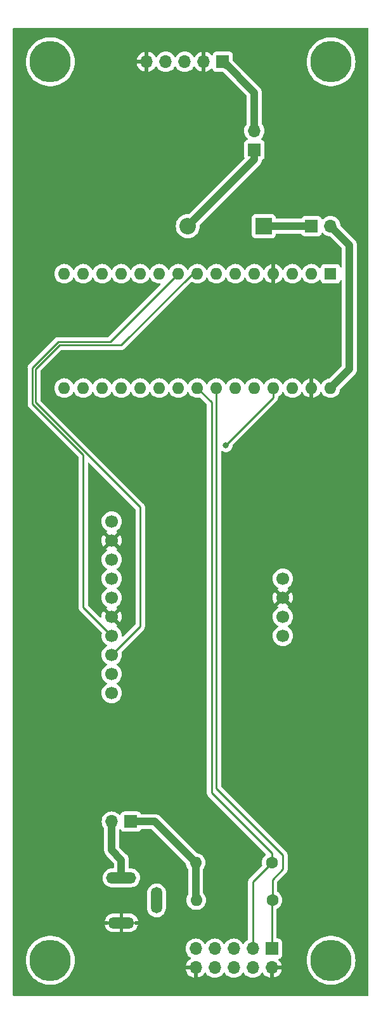
<source format=gbr>
%TF.GenerationSoftware,KiCad,Pcbnew,7.0.9*%
%TF.CreationDate,2025-03-02T20:15:54-05:00*%
%TF.ProjectId,Module_Nano_Pump,4d6f6475-6c65-45f4-9e61-6e6f5f50756d,rev?*%
%TF.SameCoordinates,Original*%
%TF.FileFunction,Copper,L1,Top*%
%TF.FilePolarity,Positive*%
%FSLAX46Y46*%
G04 Gerber Fmt 4.6, Leading zero omitted, Abs format (unit mm)*
G04 Created by KiCad (PCBNEW 7.0.9) date 2025-03-02 20:15:54*
%MOMM*%
%LPD*%
G01*
G04 APERTURE LIST*
%TA.AperFunction,ComponentPad*%
%ADD10R,2.200000X2.200000*%
%TD*%
%TA.AperFunction,ComponentPad*%
%ADD11O,2.200000X2.200000*%
%TD*%
%TA.AperFunction,ComponentPad*%
%ADD12C,1.700000*%
%TD*%
%TA.AperFunction,SMDPad,CuDef*%
%ADD13O,4.013200X1.498600*%
%TD*%
%TA.AperFunction,SMDPad,CuDef*%
%ADD14O,3.505200X1.498600*%
%TD*%
%TA.AperFunction,SMDPad,CuDef*%
%ADD15O,1.498600X3.505200*%
%TD*%
%TA.AperFunction,ComponentPad*%
%ADD16C,5.500000*%
%TD*%
%TA.AperFunction,ComponentPad*%
%ADD17R,1.700000X1.700000*%
%TD*%
%TA.AperFunction,ComponentPad*%
%ADD18O,1.700000X1.700000*%
%TD*%
%TA.AperFunction,ComponentPad*%
%ADD19C,1.600000*%
%TD*%
%TA.AperFunction,ComponentPad*%
%ADD20O,1.600000X1.600000*%
%TD*%
%TA.AperFunction,ComponentPad*%
%ADD21R,1.600000X1.600000*%
%TD*%
%TA.AperFunction,ViaPad*%
%ADD22C,0.800000*%
%TD*%
%TA.AperFunction,Conductor*%
%ADD23C,0.250000*%
%TD*%
%TA.AperFunction,Conductor*%
%ADD24C,1.000000*%
%TD*%
G04 APERTURE END LIST*
D10*
%TO.P,D1,1,K*%
%TO.N,Net-(D1-K)*%
X66040000Y-57150000D03*
D11*
%TO.P,D1,2,A*%
%TO.N,5V*%
X55880000Y-57150000D03*
%TD*%
D12*
%TO.P,U1,1,VM*%
%TO.N,unconnected-(U1-VM-Pad1)*%
X45720000Y-96520000D03*
%TO.P,U1,2,GND*%
%TO.N,GND*%
X45720000Y-99060000D03*
%TO.P,U1,3,VCC*%
%TO.N,5V_NANO*%
X45720000Y-101600000D03*
%TO.P,U1,4,OCC*%
%TO.N,unconnected-(U1-OCC-Pad4)*%
X45720000Y-104140000D03*
%TO.P,U1,5,EN*%
%TO.N,EN*%
X45720000Y-106680000D03*
%TO.P,U1,6,ENB*%
%TO.N,GND*%
X45720000Y-109220000D03*
%TO.P,U1,7,PWM2*%
%TO.N,PWM2*%
X45720000Y-111760000D03*
%TO.P,U1,8,PWM1*%
%TO.N,PWM1*%
X45720000Y-114300000D03*
%TO.P,U1,9,OCM*%
%TO.N,unconnected-(U1-OCM-Pad9)*%
X45720000Y-116840000D03*
%TO.P,U1,10,OCM*%
%TO.N,unconnected-(U1-OCM-Pad10)*%
X45720000Y-119380000D03*
%TO.P,U1,11,VIN*%
%TO.N,5V*%
X68580000Y-104140000D03*
%TO.P,U1,12,GND*%
%TO.N,GND*%
X68580000Y-106680000D03*
%TO.P,U1,13,OUT2*%
%TO.N,unconnected-(U1-OUT2-Pad13)*%
X68580000Y-109220000D03*
%TO.P,U1,14,OUT1*%
%TO.N,unconnected-(U1-OUT1-Pad14)*%
X68580000Y-111760000D03*
%TD*%
D13*
%TO.P,J3,1,1*%
%TO.N,5V_BARREL*%
X47010000Y-144010300D03*
D14*
%TO.P,J3,2,2*%
%TO.N,GND*%
X47010000Y-150004700D03*
D15*
%TO.P,J3,3,3*%
%TO.N,unconnected-(J3-Pad3)*%
X51709000Y-147007500D03*
%TD*%
D16*
%TO.P,H2,1*%
%TO.N,N/C*%
X75010000Y-35250000D03*
%TD*%
D17*
%TO.P,J2,1,Pin_1*%
%TO.N,SCL*%
X67090000Y-153460000D03*
D18*
%TO.P,J2,2,Pin_2*%
%TO.N,GND*%
X67090000Y-156000000D03*
%TO.P,J2,3,Pin_3*%
%TO.N,SDA*%
X64550000Y-153460000D03*
%TO.P,J2,4,Pin_4*%
%TO.N,unconnected-(J2-Pin_4-Pad4)*%
X64550000Y-156000000D03*
%TO.P,J2,5,Pin_5*%
%TO.N,unconnected-(J2-Pin_5-Pad5)*%
X62010000Y-153460000D03*
%TO.P,J2,6,Pin_6*%
%TO.N,unconnected-(J2-Pin_6-Pad6)*%
X62010000Y-156000000D03*
%TO.P,J2,7,Pin_7*%
%TO.N,unconnected-(J2-Pin_7-Pad7)*%
X59470000Y-153460000D03*
%TO.P,J2,8,Pin_8*%
%TO.N,unconnected-(J2-Pin_8-Pad8)*%
X59470000Y-156000000D03*
%TO.P,J2,9,Pin_9*%
%TO.N,unconnected-(J2-Pin_9-Pad9)*%
X56930000Y-153460000D03*
%TO.P,J2,10,Pin_10*%
%TO.N,GND*%
X56930000Y-156000000D03*
%TD*%
D17*
%TO.P,J4,1,Pin_1*%
%TO.N,5V_BUS*%
X60550000Y-35250000D03*
D18*
%TO.P,J4,2,Pin_2*%
%TO.N,GND*%
X58010000Y-35250000D03*
%TO.P,J4,3,Pin_3*%
%TO.N,SCL*%
X55470000Y-35250000D03*
%TO.P,J4,4,Pin_4*%
%TO.N,SDA*%
X52930000Y-35250000D03*
%TO.P,J4,5,Pin_5*%
%TO.N,GND*%
X50390000Y-35250000D03*
%TD*%
D17*
%TO.P,J1,1,Pin_1*%
%TO.N,Net-(D1-K)*%
X72390000Y-57150000D03*
D18*
%TO.P,J1,2,Pin_2*%
%TO.N,Net-(A1-VIN)*%
X74930000Y-57150000D03*
%TD*%
D16*
%TO.P,H1,1*%
%TO.N,N/C*%
X37510000Y-35250000D03*
%TD*%
D19*
%TO.P,R1,1*%
%TO.N,SDA*%
X67090000Y-142000000D03*
D20*
%TO.P,R1,2*%
%TO.N,5V*%
X56930000Y-142000000D03*
%TD*%
D16*
%TO.P,H3,1*%
%TO.N,N/C*%
X37510000Y-155000000D03*
%TD*%
D19*
%TO.P,R2,1*%
%TO.N,SCL*%
X67170000Y-147000000D03*
D20*
%TO.P,R2,2*%
%TO.N,5V*%
X57010000Y-147000000D03*
%TD*%
D16*
%TO.P,H4,1*%
%TO.N,N/C*%
X75010000Y-155000000D03*
%TD*%
D17*
%TO.P,J5,1,Pin_1*%
%TO.N,5V*%
X64770000Y-46990000D03*
D18*
%TO.P,J5,2,Pin_2*%
%TO.N,5V_BUS*%
X64770000Y-44450000D03*
%TD*%
D21*
%TO.P,A1,1,TX1*%
%TO.N,unconnected-(A1-TX1-Pad1)*%
X74930000Y-63500000D03*
D20*
%TO.P,A1,2,RX1*%
%TO.N,unconnected-(A1-RX1-Pad2)*%
X72390000Y-63500000D03*
%TO.P,A1,3,~{RESET}*%
%TO.N,unconnected-(A1-~{RESET}-Pad3)*%
X69850000Y-63500000D03*
%TO.P,A1,4,GND*%
%TO.N,GND*%
X67310000Y-63500000D03*
%TO.P,A1,5,D2*%
%TO.N,unconnected-(A1-D2-Pad5)*%
X64770000Y-63500000D03*
%TO.P,A1,6,D3*%
%TO.N,unconnected-(A1-D3-Pad6)*%
X62230000Y-63500000D03*
%TO.P,A1,7,D4*%
%TO.N,EN*%
X59690000Y-63500000D03*
%TO.P,A1,8,D5*%
%TO.N,PWM1*%
X57150000Y-63500000D03*
%TO.P,A1,9,D6*%
%TO.N,PWM2*%
X54610000Y-63500000D03*
%TO.P,A1,10,D7*%
%TO.N,unconnected-(A1-D7-Pad10)*%
X52070000Y-63500000D03*
%TO.P,A1,11,D8*%
%TO.N,unconnected-(A1-D8-Pad11)*%
X49530000Y-63500000D03*
%TO.P,A1,12,D9*%
%TO.N,unconnected-(A1-D9-Pad12)*%
X46990000Y-63500000D03*
%TO.P,A1,13,D10*%
%TO.N,unconnected-(A1-D10-Pad13)*%
X44450000Y-63500000D03*
%TO.P,A1,14,MOSI*%
%TO.N,unconnected-(A1-MOSI-Pad14)*%
X41910000Y-63500000D03*
%TO.P,A1,15,MISO*%
%TO.N,unconnected-(A1-MISO-Pad15)*%
X39370000Y-63500000D03*
%TO.P,A1,16,SCK*%
%TO.N,unconnected-(A1-SCK-Pad16)*%
X39370000Y-78740000D03*
%TO.P,A1,17,3V3*%
%TO.N,unconnected-(A1-3V3-Pad17)*%
X41910000Y-78740000D03*
%TO.P,A1,18,AREF*%
%TO.N,unconnected-(A1-AREF-Pad18)*%
X44450000Y-78740000D03*
%TO.P,A1,19,A0*%
%TO.N,unconnected-(A1-A0-Pad19)*%
X46990000Y-78740000D03*
%TO.P,A1,20,A1*%
%TO.N,unconnected-(A1-A1-Pad20)*%
X49530000Y-78740000D03*
%TO.P,A1,21,A2*%
%TO.N,unconnected-(A1-A2-Pad21)*%
X52070000Y-78740000D03*
%TO.P,A1,22,A3*%
%TO.N,unconnected-(A1-A3-Pad22)*%
X54610000Y-78740000D03*
%TO.P,A1,23,SDA/A4*%
%TO.N,SDA*%
X57150000Y-78740000D03*
%TO.P,A1,24,SCL/A5*%
%TO.N,SCL*%
X59690000Y-78740000D03*
%TO.P,A1,25,A6*%
%TO.N,unconnected-(A1-A6-Pad25)*%
X62230000Y-78740000D03*
%TO.P,A1,26,A7*%
%TO.N,unconnected-(A1-A7-Pad26)*%
X64770000Y-78740000D03*
%TO.P,A1,27,+5V*%
%TO.N,5V_NANO*%
X67310000Y-78740000D03*
%TO.P,A1,28,~{RESET}*%
%TO.N,unconnected-(A1-~{RESET}-Pad28)*%
X69850000Y-78740000D03*
%TO.P,A1,29,GND*%
%TO.N,GND*%
X72390000Y-78740000D03*
%TO.P,A1,30,VIN*%
%TO.N,Net-(A1-VIN)*%
X74930000Y-78740000D03*
%TD*%
D17*
%TO.P,J6,1,Pin_1*%
%TO.N,5V*%
X48265000Y-136525000D03*
D18*
%TO.P,J6,2,Pin_2*%
%TO.N,5V_BARREL*%
X45725000Y-136525000D03*
%TD*%
D22*
%TO.N,GND*%
X52070000Y-44450000D03*
X52070000Y-70485000D03*
X59690000Y-70485000D03*
%TO.N,5V_NANO*%
X60960000Y-86360000D03*
%TD*%
D23*
%TO.N,PWM1*%
X56515000Y-63500000D02*
X46990000Y-73025000D01*
X57150000Y-63500000D02*
X56515000Y-63500000D01*
X49530000Y-94615000D02*
X49530000Y-110490000D01*
X49530000Y-110490000D02*
X45720000Y-114300000D01*
X35560000Y-80645000D02*
X49530000Y-94615000D01*
X38735000Y-73025000D02*
X35560000Y-76200000D01*
X46990000Y-73025000D02*
X38735000Y-73025000D01*
X35560000Y-76200000D02*
X35560000Y-80645000D01*
%TO.N,PWM2*%
X41910000Y-87631396D02*
X41910000Y-107950000D01*
X41910000Y-107950000D02*
X45720000Y-111760000D01*
X35110000Y-80831396D02*
X41910000Y-87631396D01*
X35110000Y-76013604D02*
X35110000Y-80831396D01*
X54610000Y-63500000D02*
X45535000Y-72575000D01*
X45535000Y-72575000D02*
X38548604Y-72575000D01*
X38548604Y-72575000D02*
X35110000Y-76013604D01*
%TO.N,SDA*%
X67090000Y-142000000D02*
X64550000Y-144540000D01*
X67090000Y-140750000D02*
X67090000Y-142000000D01*
X64550000Y-144540000D02*
X64550000Y-153460000D01*
X59055000Y-80645000D02*
X59055000Y-132715000D01*
X57150000Y-78740000D02*
X59055000Y-80645000D01*
X59055000Y-132715000D02*
X67090000Y-140750000D01*
%TO.N,SCL*%
X67090000Y-153460000D02*
X67090000Y-147080000D01*
X68580000Y-142875000D02*
X68580000Y-140970000D01*
X68580000Y-140970000D02*
X59690000Y-132080000D01*
X67090000Y-147080000D02*
X67170000Y-147000000D01*
X67170000Y-147000000D02*
X67170000Y-144285000D01*
X67170000Y-144285000D02*
X68580000Y-142875000D01*
X59690000Y-132080000D02*
X59690000Y-78740000D01*
%TO.N,5V_NANO*%
X67310000Y-78740000D02*
X67310000Y-80010000D01*
X67310000Y-80010000D02*
X60960000Y-86360000D01*
D24*
%TO.N,Net-(A1-VIN)*%
X77470000Y-59690000D02*
X77470000Y-76200000D01*
X74930000Y-57150000D02*
X77470000Y-59690000D01*
X77470000Y-76200000D02*
X74930000Y-78740000D01*
%TO.N,Net-(D1-K)*%
X66040000Y-57150000D02*
X72390000Y-57150000D01*
%TO.N,5V*%
X64770000Y-48260000D02*
X55880000Y-57150000D01*
X48265000Y-136525000D02*
X51455000Y-136525000D01*
X56930000Y-146920000D02*
X57010000Y-147000000D01*
X64770000Y-46990000D02*
X64770000Y-48260000D01*
X56930000Y-142000000D02*
X56930000Y-146920000D01*
X51455000Y-136525000D02*
X56930000Y-142000000D01*
%TO.N,5V_BARREL*%
X45725000Y-136525000D02*
X45720000Y-136530000D01*
X45720000Y-140335000D02*
X47010000Y-141625000D01*
X47010000Y-141625000D02*
X47010000Y-143510300D01*
X45720000Y-136530000D02*
X45720000Y-140335000D01*
%TO.N,5V_BUS*%
X60650000Y-35250000D02*
X64770000Y-39370000D01*
X61010000Y-35710000D02*
X60550000Y-35250000D01*
X64770000Y-39370000D02*
X64770000Y-44450000D01*
X60550000Y-35250000D02*
X60650000Y-35250000D01*
%TD*%
%TA.AperFunction,Conductor*%
%TO.N,GND*%
G36*
X42740703Y-88710739D02*
G01*
X42747181Y-88716771D01*
X48868181Y-94837771D01*
X48901666Y-94899094D01*
X48904500Y-94925452D01*
X48904500Y-110179546D01*
X48884815Y-110246585D01*
X48868181Y-110267227D01*
X47287340Y-111848068D01*
X47226017Y-111881553D01*
X47156325Y-111876569D01*
X47100392Y-111834697D01*
X47075975Y-111769233D01*
X47075659Y-111760387D01*
X47075659Y-111759999D01*
X47055063Y-111524596D01*
X47055063Y-111524592D01*
X46993903Y-111296337D01*
X46894035Y-111082171D01*
X46764157Y-110896684D01*
X46758494Y-110888597D01*
X46591402Y-110721506D01*
X46591401Y-110721505D01*
X46405405Y-110591269D01*
X46361781Y-110536692D01*
X46354588Y-110467193D01*
X46386110Y-110404839D01*
X46405405Y-110388119D01*
X46481373Y-110334925D01*
X45852533Y-109706086D01*
X45862315Y-109704680D01*
X45993100Y-109644952D01*
X46101761Y-109550798D01*
X46179493Y-109429844D01*
X46203076Y-109349524D01*
X46834925Y-109981373D01*
X46834926Y-109981373D01*
X46893598Y-109897582D01*
X46893600Y-109897578D01*
X46993429Y-109683492D01*
X46993433Y-109683483D01*
X47054567Y-109455326D01*
X47054569Y-109455315D01*
X47075157Y-109220001D01*
X47075157Y-109219998D01*
X47054569Y-108984684D01*
X47054567Y-108984673D01*
X46993433Y-108756516D01*
X46993429Y-108756507D01*
X46893600Y-108542423D01*
X46893599Y-108542421D01*
X46834925Y-108458626D01*
X46834925Y-108458625D01*
X46203076Y-109090475D01*
X46179493Y-109010156D01*
X46101761Y-108889202D01*
X45993100Y-108795048D01*
X45862315Y-108735320D01*
X45852533Y-108733913D01*
X46481373Y-108105073D01*
X46481373Y-108105072D01*
X46405405Y-108051880D01*
X46361780Y-107997304D01*
X46354586Y-107927805D01*
X46386108Y-107865451D01*
X46405399Y-107848734D01*
X46591401Y-107718495D01*
X46758495Y-107551401D01*
X46894035Y-107357830D01*
X46993903Y-107143663D01*
X47055063Y-106915408D01*
X47075659Y-106680000D01*
X47055063Y-106444592D01*
X46993903Y-106216337D01*
X46894035Y-106002171D01*
X46835537Y-105918626D01*
X46758494Y-105808597D01*
X46591402Y-105641506D01*
X46591396Y-105641501D01*
X46405842Y-105511575D01*
X46362217Y-105456998D01*
X46355023Y-105387500D01*
X46386546Y-105325145D01*
X46405842Y-105308425D01*
X46428026Y-105292891D01*
X46591401Y-105178495D01*
X46758495Y-105011401D01*
X46894035Y-104817830D01*
X46993903Y-104603663D01*
X47055063Y-104375408D01*
X47075659Y-104140000D01*
X47055063Y-103904592D01*
X46993903Y-103676337D01*
X46894035Y-103462171D01*
X46758495Y-103268599D01*
X46758494Y-103268597D01*
X46591402Y-103101506D01*
X46591396Y-103101501D01*
X46405842Y-102971575D01*
X46362217Y-102916998D01*
X46355023Y-102847500D01*
X46386546Y-102785145D01*
X46405842Y-102768425D01*
X46428026Y-102752891D01*
X46591401Y-102638495D01*
X46758495Y-102471401D01*
X46894035Y-102277830D01*
X46993903Y-102063663D01*
X47055063Y-101835408D01*
X47075659Y-101600000D01*
X47055063Y-101364592D01*
X46993903Y-101136337D01*
X46894035Y-100922171D01*
X46758495Y-100728599D01*
X46758494Y-100728597D01*
X46591402Y-100561506D01*
X46591401Y-100561505D01*
X46405405Y-100431269D01*
X46361781Y-100376692D01*
X46354588Y-100307193D01*
X46386110Y-100244839D01*
X46405405Y-100228119D01*
X46481373Y-100174925D01*
X45852533Y-99546086D01*
X45862315Y-99544680D01*
X45993100Y-99484952D01*
X46101761Y-99390798D01*
X46179493Y-99269844D01*
X46203076Y-99189524D01*
X46834925Y-99821373D01*
X46834926Y-99821373D01*
X46893598Y-99737582D01*
X46893600Y-99737578D01*
X46993429Y-99523492D01*
X46993433Y-99523483D01*
X47054567Y-99295326D01*
X47054569Y-99295315D01*
X47075157Y-99060001D01*
X47075157Y-99059998D01*
X47054569Y-98824684D01*
X47054567Y-98824673D01*
X46993433Y-98596516D01*
X46993429Y-98596507D01*
X46893600Y-98382423D01*
X46893599Y-98382421D01*
X46834925Y-98298626D01*
X46834925Y-98298625D01*
X46203076Y-98930475D01*
X46179493Y-98850156D01*
X46101761Y-98729202D01*
X45993100Y-98635048D01*
X45862315Y-98575320D01*
X45852533Y-98573913D01*
X46481373Y-97945073D01*
X46481373Y-97945072D01*
X46405405Y-97891880D01*
X46361780Y-97837304D01*
X46354586Y-97767805D01*
X46386108Y-97705451D01*
X46405399Y-97688734D01*
X46591401Y-97558495D01*
X46758495Y-97391401D01*
X46894035Y-97197830D01*
X46993903Y-96983663D01*
X47055063Y-96755408D01*
X47075659Y-96520000D01*
X47055063Y-96284592D01*
X46993903Y-96056337D01*
X46894035Y-95842171D01*
X46758495Y-95648599D01*
X46758494Y-95648597D01*
X46591402Y-95481506D01*
X46591395Y-95481501D01*
X46397834Y-95345967D01*
X46397830Y-95345965D01*
X46397828Y-95345964D01*
X46183663Y-95246097D01*
X46183659Y-95246096D01*
X46183655Y-95246094D01*
X45955413Y-95184938D01*
X45955403Y-95184936D01*
X45720001Y-95164341D01*
X45719999Y-95164341D01*
X45484596Y-95184936D01*
X45484586Y-95184938D01*
X45256344Y-95246094D01*
X45256335Y-95246098D01*
X45042171Y-95345964D01*
X45042169Y-95345965D01*
X44848597Y-95481505D01*
X44681505Y-95648597D01*
X44545965Y-95842169D01*
X44545964Y-95842171D01*
X44446098Y-96056335D01*
X44446094Y-96056344D01*
X44384938Y-96284586D01*
X44384936Y-96284596D01*
X44364341Y-96519999D01*
X44364341Y-96520000D01*
X44384936Y-96755403D01*
X44384938Y-96755413D01*
X44446094Y-96983655D01*
X44446096Y-96983659D01*
X44446097Y-96983663D01*
X44545965Y-97197830D01*
X44545967Y-97197834D01*
X44654281Y-97352521D01*
X44681505Y-97391401D01*
X44848599Y-97558495D01*
X45034594Y-97688730D01*
X45078218Y-97743307D01*
X45085411Y-97812806D01*
X45053889Y-97875160D01*
X45034593Y-97891880D01*
X44958626Y-97945072D01*
X44958625Y-97945072D01*
X45587466Y-98573913D01*
X45577685Y-98575320D01*
X45446900Y-98635048D01*
X45338239Y-98729202D01*
X45260507Y-98850156D01*
X45236923Y-98930476D01*
X44605072Y-98298625D01*
X44546401Y-98382419D01*
X44446570Y-98596507D01*
X44446566Y-98596516D01*
X44385432Y-98824673D01*
X44385430Y-98824684D01*
X44364843Y-99059998D01*
X44364843Y-99060001D01*
X44385430Y-99295315D01*
X44385432Y-99295326D01*
X44446566Y-99523483D01*
X44446570Y-99523492D01*
X44546400Y-99737579D01*
X44546402Y-99737583D01*
X44605072Y-99821373D01*
X44605073Y-99821373D01*
X45236923Y-99189523D01*
X45260507Y-99269844D01*
X45338239Y-99390798D01*
X45446900Y-99484952D01*
X45577685Y-99544680D01*
X45587466Y-99546086D01*
X44958625Y-100174925D01*
X45034594Y-100228119D01*
X45078219Y-100282696D01*
X45085413Y-100352194D01*
X45053890Y-100414549D01*
X45034595Y-100431269D01*
X44848594Y-100561508D01*
X44681505Y-100728597D01*
X44545965Y-100922169D01*
X44545964Y-100922171D01*
X44446098Y-101136335D01*
X44446094Y-101136344D01*
X44384938Y-101364586D01*
X44384936Y-101364596D01*
X44364341Y-101599999D01*
X44364341Y-101600000D01*
X44384936Y-101835403D01*
X44384938Y-101835413D01*
X44446094Y-102063655D01*
X44446096Y-102063659D01*
X44446097Y-102063663D01*
X44545965Y-102277830D01*
X44545967Y-102277834D01*
X44681501Y-102471395D01*
X44681506Y-102471402D01*
X44848597Y-102638493D01*
X44848603Y-102638498D01*
X45034158Y-102768425D01*
X45077783Y-102823002D01*
X45084977Y-102892500D01*
X45053454Y-102954855D01*
X45034158Y-102971575D01*
X44848597Y-103101505D01*
X44681505Y-103268597D01*
X44545965Y-103462169D01*
X44545964Y-103462171D01*
X44446098Y-103676335D01*
X44446094Y-103676344D01*
X44384938Y-103904586D01*
X44384936Y-103904596D01*
X44364341Y-104139999D01*
X44364341Y-104140000D01*
X44384936Y-104375403D01*
X44384938Y-104375413D01*
X44446094Y-104603655D01*
X44446096Y-104603659D01*
X44446097Y-104603663D01*
X44545965Y-104817830D01*
X44545967Y-104817834D01*
X44681501Y-105011395D01*
X44681506Y-105011402D01*
X44848597Y-105178493D01*
X44848603Y-105178498D01*
X45034158Y-105308425D01*
X45077783Y-105363002D01*
X45084977Y-105432500D01*
X45053454Y-105494855D01*
X45034158Y-105511575D01*
X44848597Y-105641505D01*
X44681505Y-105808597D01*
X44545965Y-106002169D01*
X44545964Y-106002171D01*
X44446098Y-106216335D01*
X44446094Y-106216344D01*
X44384938Y-106444586D01*
X44384936Y-106444596D01*
X44364341Y-106679999D01*
X44364341Y-106680000D01*
X44384936Y-106915403D01*
X44384938Y-106915413D01*
X44446094Y-107143655D01*
X44446096Y-107143659D01*
X44446097Y-107143663D01*
X44545847Y-107357578D01*
X44545965Y-107357830D01*
X44545967Y-107357834D01*
X44604462Y-107441373D01*
X44681505Y-107551401D01*
X44848599Y-107718495D01*
X45033721Y-107848119D01*
X45034594Y-107848730D01*
X45078218Y-107903307D01*
X45085411Y-107972806D01*
X45053889Y-108035160D01*
X45034593Y-108051880D01*
X44958626Y-108105072D01*
X44958625Y-108105072D01*
X45587466Y-108733913D01*
X45577685Y-108735320D01*
X45446900Y-108795048D01*
X45338239Y-108889202D01*
X45260507Y-109010156D01*
X45236923Y-109090476D01*
X44605072Y-108458625D01*
X44546401Y-108542419D01*
X44446570Y-108756507D01*
X44446566Y-108756516D01*
X44385432Y-108984673D01*
X44385430Y-108984684D01*
X44364843Y-109219998D01*
X44364843Y-109220890D01*
X44364731Y-109221268D01*
X44364371Y-109225393D01*
X44363542Y-109225320D01*
X44345158Y-109287929D01*
X44292354Y-109333684D01*
X44223196Y-109343628D01*
X44159640Y-109314603D01*
X44153162Y-109308571D01*
X42571819Y-107727228D01*
X42538334Y-107665905D01*
X42535500Y-107639547D01*
X42535500Y-88804452D01*
X42555185Y-88737413D01*
X42607989Y-88691658D01*
X42677147Y-88681714D01*
X42740703Y-88710739D01*
G37*
%TD.AperFunction*%
%TA.AperFunction,Conductor*%
G36*
X79952539Y-30770185D02*
G01*
X79998294Y-30822989D01*
X80009500Y-30874500D01*
X80009500Y-159625500D01*
X79989815Y-159692539D01*
X79937011Y-159738294D01*
X79885500Y-159749500D01*
X32634500Y-159749500D01*
X32567461Y-159729815D01*
X32521706Y-159677011D01*
X32510500Y-159625500D01*
X32510500Y-155000002D01*
X34254726Y-155000002D01*
X34273808Y-155351954D01*
X34330833Y-155699793D01*
X34330834Y-155699796D01*
X34425126Y-156039408D01*
X34425127Y-156039410D01*
X34555588Y-156366844D01*
X34555597Y-156366862D01*
X34697536Y-156634587D01*
X34720695Y-156678269D01*
X34851642Y-156871402D01*
X34918498Y-156970006D01*
X34918505Y-156970016D01*
X35091801Y-157174035D01*
X35146686Y-157238650D01*
X35402580Y-157481046D01*
X35683182Y-157694354D01*
X35985202Y-157876074D01*
X35985206Y-157876075D01*
X35985210Y-157876078D01*
X36305088Y-158024070D01*
X36305092Y-158024070D01*
X36305099Y-158024074D01*
X36639122Y-158136619D01*
X36983355Y-158212391D01*
X37333763Y-158250500D01*
X37333769Y-158250500D01*
X37686231Y-158250500D01*
X37686237Y-158250500D01*
X38036645Y-158212391D01*
X38380878Y-158136619D01*
X38714901Y-158024074D01*
X38714908Y-158024070D01*
X38714911Y-158024070D01*
X39034789Y-157876078D01*
X39034798Y-157876074D01*
X39336818Y-157694354D01*
X39617420Y-157481046D01*
X39873314Y-157238650D01*
X40101501Y-156970008D01*
X40299305Y-156678269D01*
X40464407Y-156366854D01*
X40594871Y-156039414D01*
X40689168Y-155699788D01*
X40746191Y-155351957D01*
X40765274Y-155000000D01*
X40760412Y-154910337D01*
X40748086Y-154683002D01*
X40746191Y-154648043D01*
X40689168Y-154300212D01*
X40634195Y-154102217D01*
X40594873Y-153960591D01*
X40594872Y-153960589D01*
X40580159Y-153923663D01*
X40553058Y-153855645D01*
X40464411Y-153633155D01*
X40464402Y-153633137D01*
X40299305Y-153321731D01*
X40101501Y-153029992D01*
X40101497Y-153029987D01*
X40101494Y-153029983D01*
X39873314Y-152761350D01*
X39690943Y-152588599D01*
X39617420Y-152518954D01*
X39617413Y-152518948D01*
X39617410Y-152518946D01*
X39452791Y-152393806D01*
X39336818Y-152305646D01*
X39304743Y-152286347D01*
X39034802Y-152123928D01*
X39034789Y-152123921D01*
X38714911Y-151975929D01*
X38714906Y-151975928D01*
X38714903Y-151975927D01*
X38714901Y-151975926D01*
X38608432Y-151940052D01*
X38380880Y-151863381D01*
X38036643Y-151787608D01*
X37686238Y-151749500D01*
X37686237Y-151749500D01*
X37333763Y-151749500D01*
X37333761Y-151749500D01*
X36983356Y-151787608D01*
X36639119Y-151863381D01*
X36305093Y-151975928D01*
X36305088Y-151975929D01*
X35985210Y-152123921D01*
X35985197Y-152123928D01*
X35683184Y-152305644D01*
X35402589Y-152518946D01*
X35402580Y-152518954D01*
X35146685Y-152761350D01*
X34918505Y-153029983D01*
X34918498Y-153029993D01*
X34720695Y-153321730D01*
X34555597Y-153633137D01*
X34555588Y-153633155D01*
X34425127Y-153960589D01*
X34425126Y-153960591D01*
X34330834Y-154300203D01*
X34330833Y-154300206D01*
X34273808Y-154648045D01*
X34254726Y-154999997D01*
X34254726Y-155000002D01*
X32510500Y-155000002D01*
X32510500Y-150254700D01*
X44779855Y-150254700D01*
X44783797Y-150283813D01*
X44783798Y-150283817D01*
X44853290Y-150497692D01*
X44959851Y-150695715D01*
X44959853Y-150695718D01*
X45100061Y-150871534D01*
X45269405Y-151019484D01*
X45269413Y-151019490D01*
X45462450Y-151134826D01*
X45462456Y-151134828D01*
X45672997Y-151213847D01*
X45894257Y-151254000D01*
X46760000Y-151254000D01*
X46760000Y-150242949D01*
X46740649Y-150207511D01*
X46743025Y-150145586D01*
X46746169Y-150135088D01*
X46746932Y-150121988D01*
X46770482Y-150056208D01*
X46825857Y-150013601D01*
X46870722Y-150005200D01*
X47152035Y-150005200D01*
X47219074Y-150024885D01*
X47264829Y-150077689D01*
X47274151Y-150107668D01*
X47282860Y-150157061D01*
X47275116Y-150226501D01*
X47260000Y-150249026D01*
X47260000Y-151254000D01*
X48069403Y-151254000D01*
X48069406Y-151253999D01*
X48237273Y-151238892D01*
X48454037Y-151179069D01*
X48454050Y-151179064D01*
X48656648Y-151081498D01*
X48656656Y-151081494D01*
X48838579Y-150949319D01*
X48838587Y-150949313D01*
X48993986Y-150786778D01*
X49117874Y-150599097D01*
X49206257Y-150392313D01*
X49206259Y-150392307D01*
X49237668Y-150254700D01*
X48877235Y-150254700D01*
X48810196Y-150235015D01*
X48764441Y-150182211D01*
X48753445Y-150123490D01*
X48756318Y-150074149D01*
X48762907Y-149961040D01*
X48752185Y-149900232D01*
X48759929Y-149830793D01*
X48803986Y-149776564D01*
X48870367Y-149754762D01*
X48874301Y-149754700D01*
X49240145Y-149754700D01*
X49236202Y-149725586D01*
X49236201Y-149725582D01*
X49166709Y-149511707D01*
X49060148Y-149313684D01*
X49060146Y-149313681D01*
X48919938Y-149137865D01*
X48750594Y-148989915D01*
X48750586Y-148989909D01*
X48557549Y-148874573D01*
X48557543Y-148874571D01*
X48347002Y-148795552D01*
X48125743Y-148755400D01*
X47260000Y-148755400D01*
X47260000Y-149766451D01*
X47279350Y-149801888D01*
X47276976Y-149863806D01*
X47273832Y-149874307D01*
X47273830Y-149874316D01*
X47273068Y-149887411D01*
X47249518Y-149953192D01*
X47194143Y-149995799D01*
X47149278Y-150004200D01*
X46867965Y-150004200D01*
X46800926Y-149984515D01*
X46755171Y-149931711D01*
X46745850Y-149901737D01*
X46737139Y-149852337D01*
X46744883Y-149782900D01*
X46760000Y-149760373D01*
X46760000Y-148755400D01*
X45950593Y-148755400D01*
X45782726Y-148770507D01*
X45565962Y-148830330D01*
X45565949Y-148830335D01*
X45363351Y-148927901D01*
X45363343Y-148927905D01*
X45181420Y-149060080D01*
X45181412Y-149060086D01*
X45026013Y-149222621D01*
X44902125Y-149410302D01*
X44813742Y-149617086D01*
X44813740Y-149617092D01*
X44782332Y-149754699D01*
X44782332Y-149754700D01*
X45142765Y-149754700D01*
X45209804Y-149774385D01*
X45255559Y-149827189D01*
X45266555Y-149885910D01*
X45257093Y-150048359D01*
X45257093Y-150048360D01*
X45267815Y-150109168D01*
X45260071Y-150178607D01*
X45216014Y-150232836D01*
X45149633Y-150254638D01*
X45145699Y-150254700D01*
X44779855Y-150254700D01*
X32510500Y-150254700D01*
X32510500Y-148066928D01*
X50459200Y-148066928D01*
X50474313Y-148234862D01*
X50534160Y-148451713D01*
X50534165Y-148451726D01*
X50631770Y-148654406D01*
X50631774Y-148654414D01*
X50764002Y-148836410D01*
X50764003Y-148836412D01*
X50926614Y-148991884D01*
X51114361Y-149115815D01*
X51114363Y-149115816D01*
X51114365Y-149115817D01*
X51321229Y-149204235D01*
X51540557Y-149254295D01*
X51765299Y-149264388D01*
X51988231Y-149234190D01*
X52202188Y-149164671D01*
X52400294Y-149058066D01*
X52576181Y-148917801D01*
X52724197Y-148748383D01*
X52839583Y-148555260D01*
X52918631Y-148344637D01*
X52932020Y-148270852D01*
X52958800Y-148123286D01*
X52958800Y-145948075D01*
X52958800Y-145948068D01*
X52943686Y-145780138D01*
X52913390Y-145670363D01*
X52883839Y-145563286D01*
X52883834Y-145563273D01*
X52786229Y-145360593D01*
X52786225Y-145360585D01*
X52653997Y-145178589D01*
X52653996Y-145178587D01*
X52491385Y-145023115D01*
X52303638Y-144899184D01*
X52252287Y-144877235D01*
X52096771Y-144810765D01*
X52096764Y-144810763D01*
X52096760Y-144810762D01*
X51877443Y-144760705D01*
X51652705Y-144750612D01*
X51652704Y-144750612D01*
X51652701Y-144750612D01*
X51429769Y-144780810D01*
X51429766Y-144780810D01*
X51429765Y-144780811D01*
X51215810Y-144850329D01*
X51017704Y-144956935D01*
X50841821Y-145097196D01*
X50693803Y-145266616D01*
X50693802Y-145266618D01*
X50578420Y-145459732D01*
X50578418Y-145459738D01*
X50499368Y-145670363D01*
X50459200Y-145891713D01*
X50459200Y-148066928D01*
X32510500Y-148066928D01*
X32510500Y-136525000D01*
X44369341Y-136525000D01*
X44389936Y-136760403D01*
X44389938Y-136760413D01*
X44451094Y-136988655D01*
X44451096Y-136988659D01*
X44451097Y-136988663D01*
X44535499Y-137169663D01*
X44550965Y-137202830D01*
X44550967Y-137202834D01*
X44659281Y-137357521D01*
X44686505Y-137396401D01*
X44686511Y-137396407D01*
X44689982Y-137400544D01*
X44688114Y-137402111D01*
X44716666Y-137454400D01*
X44719500Y-137480758D01*
X44719500Y-140322283D01*
X44717243Y-140411362D01*
X44717243Y-140411370D01*
X44728064Y-140471739D01*
X44728718Y-140476404D01*
X44734925Y-140537430D01*
X44734927Y-140537444D01*
X44745208Y-140570213D01*
X44747079Y-140577837D01*
X44753142Y-140611652D01*
X44753142Y-140611655D01*
X44768710Y-140650629D01*
X44774957Y-140666268D01*
X44775894Y-140668612D01*
X44777474Y-140673051D01*
X44795841Y-140731588D01*
X44795844Y-140731595D01*
X44812509Y-140761619D01*
X44815879Y-140768714D01*
X44828622Y-140800614D01*
X44828627Y-140800624D01*
X44862377Y-140851833D01*
X44864818Y-140855863D01*
X44894588Y-140909498D01*
X44894589Y-140909499D01*
X44894591Y-140909502D01*
X44916968Y-140935567D01*
X44921693Y-140941835D01*
X44933778Y-140960171D01*
X44940598Y-140970519D01*
X44983978Y-141013899D01*
X44987169Y-141017343D01*
X45017559Y-141052742D01*
X45027134Y-141063895D01*
X45054294Y-141084918D01*
X45060190Y-141090111D01*
X45973181Y-142003102D01*
X46006666Y-142064425D01*
X46009500Y-142090783D01*
X46009500Y-142636500D01*
X45989815Y-142703539D01*
X45937011Y-142749294D01*
X45885500Y-142760500D01*
X45696568Y-142760500D01*
X45663230Y-142763500D01*
X45528637Y-142775613D01*
X45311786Y-142835460D01*
X45311773Y-142835465D01*
X45109093Y-142933070D01*
X45109085Y-142933074D01*
X44927089Y-143065302D01*
X44927087Y-143065303D01*
X44771615Y-143227914D01*
X44647684Y-143415661D01*
X44559265Y-143622530D01*
X44559262Y-143622539D01*
X44509205Y-143841853D01*
X44509205Y-143841859D01*
X44499892Y-144049241D01*
X44499112Y-144066599D01*
X44529310Y-144289531D01*
X44529311Y-144289534D01*
X44598829Y-144503489D01*
X44705435Y-144701595D01*
X44845696Y-144877478D01*
X44845698Y-144877479D01*
X44845699Y-144877481D01*
X45015117Y-145025497D01*
X45098893Y-145075551D01*
X45208232Y-145140879D01*
X45208234Y-145140879D01*
X45208240Y-145140883D01*
X45418863Y-145219931D01*
X45640213Y-145260100D01*
X45640216Y-145260100D01*
X48323425Y-145260100D01*
X48323432Y-145260100D01*
X48491362Y-145244986D01*
X48582147Y-145219931D01*
X48708213Y-145185139D01*
X48708215Y-145185138D01*
X48708223Y-145185136D01*
X48910913Y-145087526D01*
X49092916Y-144955293D01*
X49248383Y-144792687D01*
X49372317Y-144604935D01*
X49460735Y-144398071D01*
X49510795Y-144178743D01*
X49520888Y-143954001D01*
X49490690Y-143731069D01*
X49421171Y-143517112D01*
X49314566Y-143319006D01*
X49180178Y-143150488D01*
X49174303Y-143143121D01*
X49004883Y-142995103D01*
X49004881Y-142995102D01*
X48811767Y-142879720D01*
X48811762Y-142879718D01*
X48811760Y-142879717D01*
X48693848Y-142835464D01*
X48601136Y-142800668D01*
X48379787Y-142760500D01*
X48379784Y-142760500D01*
X48134500Y-142760500D01*
X48067461Y-142740815D01*
X48021706Y-142688011D01*
X48010500Y-142636500D01*
X48010500Y-141637675D01*
X48012756Y-141548642D01*
X48012755Y-141548641D01*
X48012756Y-141548636D01*
X48001929Y-141488233D01*
X48001282Y-141483620D01*
X47995074Y-141422562D01*
X47995073Y-141422560D01*
X47995073Y-141422557D01*
X47984790Y-141389787D01*
X47982917Y-141382154D01*
X47976858Y-141348348D01*
X47976426Y-141347267D01*
X47954102Y-141291378D01*
X47952521Y-141286937D01*
X47934157Y-141228407D01*
X47917488Y-141198378D01*
X47914117Y-141191278D01*
X47901378Y-141159386D01*
X47901377Y-141159383D01*
X47867620Y-141108163D01*
X47865180Y-141104134D01*
X47854379Y-141084675D01*
X47835409Y-141050498D01*
X47835407Y-141050495D01*
X47813033Y-141024434D01*
X47808302Y-141018159D01*
X47805486Y-141013886D01*
X47789402Y-140989481D01*
X47746012Y-140946091D01*
X47742822Y-140942648D01*
X47702867Y-140896106D01*
X47702863Y-140896102D01*
X47675698Y-140875074D01*
X47669803Y-140869882D01*
X46756819Y-139956898D01*
X46723334Y-139895575D01*
X46720500Y-139869217D01*
X46720500Y-137632454D01*
X46740185Y-137565415D01*
X46792989Y-137519660D01*
X46862147Y-137509716D01*
X46925703Y-137538741D01*
X46960682Y-137589121D01*
X46971202Y-137617328D01*
X46971206Y-137617335D01*
X47057452Y-137732544D01*
X47057455Y-137732547D01*
X47172664Y-137818793D01*
X47172671Y-137818797D01*
X47307517Y-137869091D01*
X47307516Y-137869091D01*
X47314444Y-137869835D01*
X47367127Y-137875500D01*
X49162872Y-137875499D01*
X49222483Y-137869091D01*
X49357331Y-137818796D01*
X49472546Y-137732546D01*
X49558796Y-137617331D01*
X49562960Y-137606165D01*
X49604829Y-137550234D01*
X49670293Y-137525816D01*
X49679141Y-137525500D01*
X50989217Y-137525500D01*
X51056256Y-137545185D01*
X51076898Y-137561819D01*
X55603112Y-142088033D01*
X55636597Y-142149356D01*
X55638959Y-142164906D01*
X55644364Y-142226687D01*
X55644366Y-142226697D01*
X55703258Y-142446488D01*
X55703261Y-142446496D01*
X55799432Y-142652734D01*
X55903016Y-142800669D01*
X55907075Y-142806465D01*
X55929402Y-142872671D01*
X55929500Y-142877588D01*
X55929500Y-146236663D01*
X55909815Y-146303702D01*
X55907076Y-146307786D01*
X55879432Y-146347266D01*
X55783261Y-146553502D01*
X55783258Y-146553511D01*
X55724366Y-146773302D01*
X55724364Y-146773313D01*
X55704532Y-146999998D01*
X55704532Y-147000001D01*
X55724364Y-147226686D01*
X55724366Y-147226697D01*
X55783258Y-147446488D01*
X55783261Y-147446497D01*
X55879431Y-147652732D01*
X55879432Y-147652734D01*
X56009954Y-147839141D01*
X56170858Y-148000045D01*
X56170861Y-148000047D01*
X56357266Y-148130568D01*
X56563504Y-148226739D01*
X56563509Y-148226740D01*
X56563511Y-148226741D01*
X56616415Y-148240916D01*
X56783308Y-148285635D01*
X56945230Y-148299801D01*
X57009998Y-148305468D01*
X57010000Y-148305468D01*
X57010002Y-148305468D01*
X57066673Y-148300509D01*
X57236692Y-148285635D01*
X57456496Y-148226739D01*
X57662734Y-148130568D01*
X57849139Y-148000047D01*
X58010047Y-147839139D01*
X58140568Y-147652734D01*
X58236739Y-147446496D01*
X58295635Y-147226692D01*
X58315468Y-147000000D01*
X58295635Y-146773308D01*
X58236739Y-146553504D01*
X58140568Y-146347266D01*
X58010047Y-146160861D01*
X58010045Y-146160858D01*
X57966819Y-146117632D01*
X57933334Y-146056309D01*
X57930500Y-146029951D01*
X57930500Y-142877588D01*
X57950185Y-142810549D01*
X57952925Y-142806465D01*
X58060568Y-142652734D01*
X58156739Y-142446496D01*
X58215635Y-142226692D01*
X58235468Y-142000000D01*
X58215635Y-141773308D01*
X58156739Y-141553504D01*
X58060568Y-141347266D01*
X57930047Y-141160861D01*
X57930045Y-141160858D01*
X57769141Y-140999954D01*
X57582734Y-140869432D01*
X57582732Y-140869431D01*
X57376497Y-140773261D01*
X57376488Y-140773258D01*
X57156697Y-140714366D01*
X57156687Y-140714364D01*
X57094905Y-140708959D01*
X57029836Y-140683506D01*
X57018032Y-140673112D01*
X52171452Y-135826532D01*
X52110061Y-135761949D01*
X52110060Y-135761948D01*
X52110059Y-135761947D01*
X52082204Y-135742559D01*
X52059709Y-135726902D01*
X52055946Y-135724064D01*
X52008413Y-135685305D01*
X52008406Y-135685300D01*
X51977959Y-135669397D01*
X51971251Y-135665334D01*
X51943049Y-135645705D01*
X51943046Y-135645703D01*
X51943045Y-135645703D01*
X51943041Y-135645701D01*
X51886680Y-135621514D01*
X51882424Y-135619493D01*
X51828057Y-135591094D01*
X51828050Y-135591091D01*
X51828049Y-135591091D01*
X51822008Y-135589362D01*
X51795030Y-135581642D01*
X51787630Y-135579008D01*
X51756057Y-135565459D01*
X51756058Y-135565459D01*
X51695966Y-135553109D01*
X51691391Y-135551986D01*
X51632420Y-135535113D01*
X51632425Y-135535113D01*
X51598158Y-135532503D01*
X51590380Y-135531412D01*
X51556742Y-135524500D01*
X51556741Y-135524500D01*
X51495402Y-135524500D01*
X51490695Y-135524321D01*
X51485121Y-135523896D01*
X51429524Y-135519662D01*
X51409589Y-135522201D01*
X51395440Y-135524003D01*
X51387611Y-135524500D01*
X49679141Y-135524500D01*
X49612102Y-135504815D01*
X49566347Y-135452011D01*
X49562969Y-135443859D01*
X49558796Y-135432669D01*
X49558793Y-135432665D01*
X49558793Y-135432664D01*
X49472547Y-135317455D01*
X49472544Y-135317452D01*
X49357335Y-135231206D01*
X49357328Y-135231202D01*
X49222482Y-135180908D01*
X49222483Y-135180908D01*
X49162883Y-135174501D01*
X49162881Y-135174500D01*
X49162873Y-135174500D01*
X49162864Y-135174500D01*
X47367129Y-135174500D01*
X47367123Y-135174501D01*
X47307516Y-135180908D01*
X47172671Y-135231202D01*
X47172664Y-135231206D01*
X47057455Y-135317452D01*
X47057452Y-135317455D01*
X46971206Y-135432664D01*
X46971203Y-135432669D01*
X46922189Y-135564083D01*
X46880317Y-135620016D01*
X46814853Y-135644433D01*
X46746580Y-135629581D01*
X46718326Y-135608430D01*
X46596402Y-135486506D01*
X46596395Y-135486501D01*
X46402834Y-135350967D01*
X46402830Y-135350965D01*
X46402828Y-135350964D01*
X46188663Y-135251097D01*
X46188659Y-135251096D01*
X46188655Y-135251094D01*
X45960413Y-135189938D01*
X45960403Y-135189936D01*
X45725001Y-135169341D01*
X45724999Y-135169341D01*
X45489596Y-135189936D01*
X45489586Y-135189938D01*
X45261344Y-135251094D01*
X45261335Y-135251098D01*
X45047171Y-135350964D01*
X45047169Y-135350965D01*
X44853597Y-135486505D01*
X44686505Y-135653597D01*
X44550965Y-135847169D01*
X44550964Y-135847171D01*
X44451098Y-136061335D01*
X44451094Y-136061344D01*
X44389938Y-136289586D01*
X44389936Y-136289596D01*
X44369341Y-136524999D01*
X44369341Y-136525000D01*
X32510500Y-136525000D01*
X32510500Y-75993799D01*
X34479840Y-75993799D01*
X34484225Y-76040187D01*
X34484500Y-76046025D01*
X34484500Y-80748651D01*
X34482775Y-80764268D01*
X34483061Y-80764295D01*
X34482326Y-80772061D01*
X34484500Y-80841210D01*
X34484500Y-80870739D01*
X34484501Y-80870756D01*
X34485368Y-80877627D01*
X34485826Y-80883446D01*
X34487290Y-80930020D01*
X34487291Y-80930023D01*
X34492880Y-80949263D01*
X34496824Y-80968307D01*
X34499336Y-80988187D01*
X34516490Y-81031515D01*
X34518382Y-81037043D01*
X34531381Y-81081784D01*
X34541580Y-81099030D01*
X34550138Y-81116499D01*
X34557514Y-81135128D01*
X34584898Y-81172819D01*
X34588106Y-81177703D01*
X34611827Y-81217812D01*
X34611833Y-81217820D01*
X34625990Y-81231976D01*
X34638628Y-81246772D01*
X34650405Y-81262982D01*
X34650406Y-81262983D01*
X34686309Y-81292684D01*
X34690620Y-81296606D01*
X38817195Y-85423181D01*
X41248181Y-87854167D01*
X41281666Y-87915490D01*
X41284500Y-87941848D01*
X41284500Y-107867255D01*
X41282775Y-107882872D01*
X41283061Y-107882899D01*
X41282326Y-107890665D01*
X41284500Y-107959814D01*
X41284500Y-107989343D01*
X41284501Y-107989360D01*
X41285368Y-107996231D01*
X41285826Y-108002050D01*
X41287290Y-108048624D01*
X41287291Y-108048627D01*
X41292880Y-108067867D01*
X41296824Y-108086911D01*
X41299119Y-108105072D01*
X41299336Y-108106791D01*
X41316490Y-108150119D01*
X41318382Y-108155647D01*
X41331381Y-108200388D01*
X41341580Y-108217634D01*
X41350138Y-108235103D01*
X41357514Y-108253732D01*
X41384898Y-108291423D01*
X41388106Y-108296307D01*
X41411827Y-108336416D01*
X41411833Y-108336424D01*
X41425990Y-108350580D01*
X41438628Y-108365376D01*
X41450405Y-108381586D01*
X41450406Y-108381587D01*
X41486309Y-108411288D01*
X41490620Y-108415210D01*
X42972988Y-109897578D01*
X44379762Y-111304352D01*
X44413247Y-111365675D01*
X44411856Y-111424126D01*
X44384938Y-111524586D01*
X44384936Y-111524596D01*
X44364341Y-111759999D01*
X44364341Y-111760000D01*
X44384936Y-111995403D01*
X44384938Y-111995413D01*
X44446094Y-112223655D01*
X44446096Y-112223659D01*
X44446097Y-112223663D01*
X44545965Y-112437830D01*
X44545967Y-112437834D01*
X44681501Y-112631395D01*
X44681506Y-112631402D01*
X44848597Y-112798493D01*
X44848603Y-112798498D01*
X45034158Y-112928425D01*
X45077783Y-112983002D01*
X45084977Y-113052500D01*
X45053454Y-113114855D01*
X45034158Y-113131575D01*
X44848597Y-113261505D01*
X44681505Y-113428597D01*
X44545965Y-113622169D01*
X44545964Y-113622171D01*
X44446098Y-113836335D01*
X44446094Y-113836344D01*
X44384938Y-114064586D01*
X44384936Y-114064596D01*
X44364341Y-114299999D01*
X44364341Y-114300000D01*
X44384936Y-114535403D01*
X44384938Y-114535413D01*
X44446094Y-114763655D01*
X44446096Y-114763659D01*
X44446097Y-114763663D01*
X44545965Y-114977830D01*
X44545967Y-114977834D01*
X44681501Y-115171395D01*
X44681506Y-115171402D01*
X44848597Y-115338493D01*
X44848603Y-115338498D01*
X45034158Y-115468425D01*
X45077783Y-115523002D01*
X45084977Y-115592500D01*
X45053454Y-115654855D01*
X45034158Y-115671575D01*
X44848597Y-115801505D01*
X44681505Y-115968597D01*
X44545965Y-116162169D01*
X44545964Y-116162171D01*
X44446098Y-116376335D01*
X44446094Y-116376344D01*
X44384938Y-116604586D01*
X44384936Y-116604596D01*
X44364341Y-116839999D01*
X44364341Y-116840000D01*
X44384936Y-117075403D01*
X44384938Y-117075413D01*
X44446094Y-117303655D01*
X44446096Y-117303659D01*
X44446097Y-117303663D01*
X44545965Y-117517830D01*
X44545967Y-117517834D01*
X44681501Y-117711395D01*
X44681506Y-117711402D01*
X44848597Y-117878493D01*
X44848603Y-117878498D01*
X45034158Y-118008425D01*
X45077783Y-118063002D01*
X45084977Y-118132500D01*
X45053454Y-118194855D01*
X45034158Y-118211575D01*
X44848597Y-118341505D01*
X44681505Y-118508597D01*
X44545965Y-118702169D01*
X44545964Y-118702171D01*
X44446098Y-118916335D01*
X44446094Y-118916344D01*
X44384938Y-119144586D01*
X44384936Y-119144596D01*
X44364341Y-119379999D01*
X44364341Y-119380000D01*
X44384936Y-119615403D01*
X44384938Y-119615413D01*
X44446094Y-119843655D01*
X44446096Y-119843659D01*
X44446097Y-119843663D01*
X44545965Y-120057830D01*
X44545967Y-120057834D01*
X44654281Y-120212521D01*
X44681505Y-120251401D01*
X44848599Y-120418495D01*
X44945384Y-120486265D01*
X45042165Y-120554032D01*
X45042167Y-120554033D01*
X45042170Y-120554035D01*
X45256337Y-120653903D01*
X45484592Y-120715063D01*
X45672918Y-120731539D01*
X45719999Y-120735659D01*
X45720000Y-120735659D01*
X45720001Y-120735659D01*
X45759234Y-120732226D01*
X45955408Y-120715063D01*
X46183663Y-120653903D01*
X46397830Y-120554035D01*
X46591401Y-120418495D01*
X46758495Y-120251401D01*
X46894035Y-120057830D01*
X46993903Y-119843663D01*
X47055063Y-119615408D01*
X47075659Y-119380000D01*
X47055063Y-119144592D01*
X46993903Y-118916337D01*
X46894035Y-118702171D01*
X46758495Y-118508599D01*
X46758494Y-118508597D01*
X46591402Y-118341506D01*
X46591396Y-118341501D01*
X46405842Y-118211575D01*
X46362217Y-118156998D01*
X46355023Y-118087500D01*
X46386546Y-118025145D01*
X46405842Y-118008425D01*
X46428026Y-117992891D01*
X46591401Y-117878495D01*
X46758495Y-117711401D01*
X46894035Y-117517830D01*
X46993903Y-117303663D01*
X47055063Y-117075408D01*
X47075659Y-116840000D01*
X47055063Y-116604592D01*
X46993903Y-116376337D01*
X46894035Y-116162171D01*
X46758495Y-115968599D01*
X46758494Y-115968597D01*
X46591402Y-115801506D01*
X46591396Y-115801501D01*
X46405842Y-115671575D01*
X46362217Y-115616998D01*
X46355023Y-115547500D01*
X46386546Y-115485145D01*
X46405842Y-115468425D01*
X46428026Y-115452891D01*
X46591401Y-115338495D01*
X46758495Y-115171401D01*
X46894035Y-114977830D01*
X46993903Y-114763663D01*
X47055063Y-114535408D01*
X47075659Y-114300000D01*
X47055063Y-114064592D01*
X47028143Y-113964125D01*
X47029806Y-113894276D01*
X47060235Y-113844353D01*
X49913786Y-110990802D01*
X49926048Y-110980980D01*
X49925865Y-110980759D01*
X49931867Y-110975792D01*
X49931877Y-110975786D01*
X49979241Y-110925348D01*
X50000120Y-110904470D01*
X50004373Y-110898986D01*
X50008150Y-110894563D01*
X50040062Y-110860582D01*
X50049714Y-110843023D01*
X50060389Y-110826772D01*
X50072674Y-110810936D01*
X50091186Y-110768152D01*
X50093742Y-110762935D01*
X50116197Y-110722092D01*
X50121180Y-110702680D01*
X50127477Y-110684291D01*
X50135438Y-110665895D01*
X50142729Y-110619853D01*
X50143908Y-110614162D01*
X50155500Y-110569019D01*
X50155500Y-110548983D01*
X50157027Y-110529582D01*
X50160160Y-110509804D01*
X50155775Y-110463415D01*
X50155500Y-110457577D01*
X50155500Y-94697737D01*
X50157224Y-94682123D01*
X50156938Y-94682096D01*
X50157672Y-94674333D01*
X50155500Y-94605202D01*
X50155500Y-94575651D01*
X50155500Y-94575650D01*
X50154629Y-94568759D01*
X50154172Y-94562945D01*
X50152709Y-94516374D01*
X50152709Y-94516372D01*
X50147120Y-94497137D01*
X50143174Y-94478084D01*
X50140664Y-94458208D01*
X50123501Y-94414859D01*
X50121614Y-94409346D01*
X50108617Y-94364610D01*
X50108616Y-94364608D01*
X50098421Y-94347369D01*
X50089860Y-94329893D01*
X50082486Y-94311269D01*
X50082486Y-94311267D01*
X50072474Y-94297488D01*
X50055083Y-94273550D01*
X50051900Y-94268705D01*
X50028170Y-94228579D01*
X50028165Y-94228573D01*
X50014005Y-94214413D01*
X50001370Y-94199620D01*
X49989593Y-94183412D01*
X49953693Y-94153713D01*
X49949381Y-94149790D01*
X36221819Y-80422228D01*
X36188334Y-80360905D01*
X36185500Y-80334547D01*
X36185500Y-76510452D01*
X36205185Y-76443413D01*
X36221819Y-76422771D01*
X38957772Y-73686819D01*
X39019095Y-73653334D01*
X39045453Y-73650500D01*
X46907257Y-73650500D01*
X46922877Y-73652224D01*
X46922904Y-73651939D01*
X46930660Y-73652671D01*
X46930667Y-73652673D01*
X46999814Y-73650500D01*
X47029350Y-73650500D01*
X47036228Y-73649630D01*
X47042041Y-73649172D01*
X47088627Y-73647709D01*
X47107869Y-73642117D01*
X47126912Y-73638174D01*
X47146792Y-73635664D01*
X47190122Y-73618507D01*
X47195646Y-73616617D01*
X47199396Y-73615527D01*
X47240390Y-73603618D01*
X47257629Y-73593422D01*
X47275103Y-73584862D01*
X47293727Y-73577488D01*
X47293727Y-73577487D01*
X47293732Y-73577486D01*
X47331449Y-73550082D01*
X47336305Y-73546892D01*
X47376420Y-73523170D01*
X47390589Y-73508999D01*
X47405379Y-73496368D01*
X47421587Y-73484594D01*
X47451299Y-73448676D01*
X47455212Y-73444376D01*
X56289449Y-64610140D01*
X56350770Y-64576657D01*
X56420462Y-64581641D01*
X56448251Y-64596248D01*
X56497264Y-64630567D01*
X56497266Y-64630568D01*
X56703504Y-64726739D01*
X56923308Y-64785635D01*
X57085230Y-64799801D01*
X57149998Y-64805468D01*
X57150000Y-64805468D01*
X57150002Y-64805468D01*
X57206807Y-64800498D01*
X57376692Y-64785635D01*
X57596496Y-64726739D01*
X57802734Y-64630568D01*
X57989139Y-64500047D01*
X58150047Y-64339139D01*
X58280568Y-64152734D01*
X58307618Y-64094724D01*
X58353790Y-64042285D01*
X58420983Y-64023133D01*
X58487865Y-64043348D01*
X58532382Y-64094725D01*
X58559429Y-64152728D01*
X58559432Y-64152734D01*
X58689954Y-64339141D01*
X58850858Y-64500045D01*
X58850861Y-64500047D01*
X59037266Y-64630568D01*
X59243504Y-64726739D01*
X59463308Y-64785635D01*
X59625230Y-64799801D01*
X59689998Y-64805468D01*
X59690000Y-64805468D01*
X59690002Y-64805468D01*
X59746807Y-64800498D01*
X59916692Y-64785635D01*
X60136496Y-64726739D01*
X60342734Y-64630568D01*
X60529139Y-64500047D01*
X60690047Y-64339139D01*
X60820568Y-64152734D01*
X60847618Y-64094724D01*
X60893790Y-64042285D01*
X60960983Y-64023133D01*
X61027865Y-64043348D01*
X61072382Y-64094725D01*
X61099429Y-64152728D01*
X61099432Y-64152734D01*
X61229954Y-64339141D01*
X61390858Y-64500045D01*
X61390861Y-64500047D01*
X61577266Y-64630568D01*
X61783504Y-64726739D01*
X62003308Y-64785635D01*
X62165230Y-64799801D01*
X62229998Y-64805468D01*
X62230000Y-64805468D01*
X62230002Y-64805468D01*
X62286807Y-64800498D01*
X62456692Y-64785635D01*
X62676496Y-64726739D01*
X62882734Y-64630568D01*
X63069139Y-64500047D01*
X63230047Y-64339139D01*
X63360568Y-64152734D01*
X63387618Y-64094724D01*
X63433790Y-64042285D01*
X63500983Y-64023133D01*
X63567865Y-64043348D01*
X63612382Y-64094725D01*
X63639429Y-64152728D01*
X63639432Y-64152734D01*
X63769954Y-64339141D01*
X63930858Y-64500045D01*
X63930861Y-64500047D01*
X64117266Y-64630568D01*
X64323504Y-64726739D01*
X64543308Y-64785635D01*
X64705230Y-64799801D01*
X64769998Y-64805468D01*
X64770000Y-64805468D01*
X64770002Y-64805468D01*
X64826807Y-64800498D01*
X64996692Y-64785635D01*
X65216496Y-64726739D01*
X65422734Y-64630568D01*
X65609139Y-64500047D01*
X65770047Y-64339139D01*
X65900568Y-64152734D01*
X65927895Y-64094129D01*
X65974064Y-64041695D01*
X66041257Y-64022542D01*
X66108139Y-64042757D01*
X66152657Y-64094133D01*
X66179865Y-64152482D01*
X66310342Y-64338820D01*
X66471179Y-64499657D01*
X66657517Y-64630134D01*
X66863673Y-64726265D01*
X66863682Y-64726269D01*
X67059999Y-64778872D01*
X67060000Y-64778871D01*
X67060000Y-63935501D01*
X67167685Y-63984680D01*
X67274237Y-64000000D01*
X67345763Y-64000000D01*
X67452315Y-63984680D01*
X67560000Y-63935501D01*
X67560000Y-64778872D01*
X67756317Y-64726269D01*
X67756326Y-64726265D01*
X67962482Y-64630134D01*
X68148820Y-64499657D01*
X68309657Y-64338820D01*
X68440132Y-64152484D01*
X68467341Y-64094134D01*
X68513513Y-64041695D01*
X68580707Y-64022542D01*
X68647588Y-64042757D01*
X68692106Y-64094133D01*
X68719431Y-64152732D01*
X68719432Y-64152734D01*
X68849954Y-64339141D01*
X69010858Y-64500045D01*
X69010861Y-64500047D01*
X69197266Y-64630568D01*
X69403504Y-64726739D01*
X69623308Y-64785635D01*
X69785230Y-64799801D01*
X69849998Y-64805468D01*
X69850000Y-64805468D01*
X69850002Y-64805468D01*
X69906807Y-64800498D01*
X70076692Y-64785635D01*
X70296496Y-64726739D01*
X70502734Y-64630568D01*
X70689139Y-64500047D01*
X70850047Y-64339139D01*
X70980568Y-64152734D01*
X71007618Y-64094724D01*
X71053790Y-64042285D01*
X71120983Y-64023133D01*
X71187865Y-64043348D01*
X71232382Y-64094725D01*
X71259429Y-64152728D01*
X71259432Y-64152734D01*
X71389954Y-64339141D01*
X71550858Y-64500045D01*
X71550861Y-64500047D01*
X71737266Y-64630568D01*
X71943504Y-64726739D01*
X72163308Y-64785635D01*
X72325230Y-64799801D01*
X72389998Y-64805468D01*
X72390000Y-64805468D01*
X72390002Y-64805468D01*
X72446807Y-64800498D01*
X72616692Y-64785635D01*
X72836496Y-64726739D01*
X73042734Y-64630568D01*
X73229139Y-64500047D01*
X73390047Y-64339139D01*
X73407272Y-64314539D01*
X73461848Y-64270913D01*
X73531346Y-64263718D01*
X73593701Y-64295239D01*
X73629116Y-64355468D01*
X73632138Y-64372406D01*
X73635908Y-64407483D01*
X73686202Y-64542328D01*
X73686206Y-64542335D01*
X73772452Y-64657544D01*
X73772455Y-64657547D01*
X73887664Y-64743793D01*
X73887671Y-64743797D01*
X74022517Y-64794091D01*
X74022516Y-64794091D01*
X74029444Y-64794835D01*
X74082127Y-64800500D01*
X75777872Y-64800499D01*
X75837483Y-64794091D01*
X75972331Y-64743796D01*
X76087546Y-64657546D01*
X76173796Y-64542331D01*
X76224091Y-64407483D01*
X76224091Y-64407476D01*
X76224822Y-64404387D01*
X76226050Y-64402228D01*
X76226802Y-64400215D01*
X76227128Y-64400336D01*
X76259394Y-64343670D01*
X76321304Y-64311283D01*
X76390896Y-64317507D01*
X76446075Y-64360368D01*
X76469322Y-64426257D01*
X76469500Y-64432899D01*
X76469500Y-75734216D01*
X76449815Y-75801255D01*
X76433181Y-75821897D01*
X74841966Y-77413111D01*
X74780643Y-77446596D01*
X74765095Y-77448958D01*
X74703307Y-77454365D01*
X74483511Y-77513258D01*
X74483502Y-77513261D01*
X74277267Y-77609431D01*
X74277265Y-77609432D01*
X74090858Y-77739954D01*
X73929954Y-77900858D01*
X73799433Y-78087264D01*
X73799432Y-78087266D01*
X73799315Y-78087518D01*
X73772106Y-78145867D01*
X73725933Y-78198306D01*
X73658739Y-78217457D01*
X73591858Y-78197241D01*
X73547342Y-78145865D01*
X73520135Y-78087520D01*
X73520134Y-78087518D01*
X73389657Y-77901179D01*
X73228820Y-77740342D01*
X73042482Y-77609865D01*
X72836328Y-77513734D01*
X72640000Y-77461127D01*
X72640000Y-78304498D01*
X72532315Y-78255320D01*
X72425763Y-78240000D01*
X72354237Y-78240000D01*
X72247685Y-78255320D01*
X72140000Y-78304498D01*
X72140000Y-77461127D01*
X71943671Y-77513734D01*
X71737517Y-77609865D01*
X71551179Y-77740342D01*
X71390342Y-77901179D01*
X71259867Y-78087515D01*
X71232657Y-78145867D01*
X71186484Y-78198306D01*
X71119290Y-78217457D01*
X71052409Y-78197241D01*
X71007893Y-78145865D01*
X70980685Y-78087518D01*
X70980568Y-78087266D01*
X70850047Y-77900861D01*
X70850045Y-77900858D01*
X70689141Y-77739954D01*
X70502734Y-77609432D01*
X70502732Y-77609431D01*
X70296497Y-77513261D01*
X70296488Y-77513258D01*
X70076697Y-77454366D01*
X70076693Y-77454365D01*
X70076692Y-77454365D01*
X70076691Y-77454364D01*
X70076686Y-77454364D01*
X69850002Y-77434532D01*
X69849998Y-77434532D01*
X69623313Y-77454364D01*
X69623302Y-77454366D01*
X69403511Y-77513258D01*
X69403502Y-77513261D01*
X69197267Y-77609431D01*
X69197265Y-77609432D01*
X69010858Y-77739954D01*
X68849954Y-77900858D01*
X68719432Y-78087265D01*
X68719431Y-78087267D01*
X68692382Y-78145275D01*
X68646209Y-78197714D01*
X68579016Y-78216866D01*
X68512135Y-78196650D01*
X68467618Y-78145275D01*
X68440686Y-78087520D01*
X68440568Y-78087266D01*
X68310047Y-77900861D01*
X68310045Y-77900858D01*
X68149141Y-77739954D01*
X67962734Y-77609432D01*
X67962732Y-77609431D01*
X67756497Y-77513261D01*
X67756488Y-77513258D01*
X67536697Y-77454366D01*
X67536693Y-77454365D01*
X67536692Y-77454365D01*
X67536691Y-77454364D01*
X67536686Y-77454364D01*
X67310002Y-77434532D01*
X67309998Y-77434532D01*
X67083313Y-77454364D01*
X67083302Y-77454366D01*
X66863511Y-77513258D01*
X66863502Y-77513261D01*
X66657267Y-77609431D01*
X66657265Y-77609432D01*
X66470858Y-77739954D01*
X66309954Y-77900858D01*
X66179432Y-78087265D01*
X66179431Y-78087267D01*
X66152382Y-78145275D01*
X66106209Y-78197714D01*
X66039016Y-78216866D01*
X65972135Y-78196650D01*
X65927618Y-78145275D01*
X65900686Y-78087520D01*
X65900568Y-78087266D01*
X65770047Y-77900861D01*
X65770045Y-77900858D01*
X65609141Y-77739954D01*
X65422734Y-77609432D01*
X65422732Y-77609431D01*
X65216497Y-77513261D01*
X65216488Y-77513258D01*
X64996697Y-77454366D01*
X64996693Y-77454365D01*
X64996692Y-77454365D01*
X64996691Y-77454364D01*
X64996686Y-77454364D01*
X64770002Y-77434532D01*
X64769998Y-77434532D01*
X64543313Y-77454364D01*
X64543302Y-77454366D01*
X64323511Y-77513258D01*
X64323502Y-77513261D01*
X64117267Y-77609431D01*
X64117265Y-77609432D01*
X63930858Y-77739954D01*
X63769954Y-77900858D01*
X63639432Y-78087265D01*
X63639431Y-78087267D01*
X63612382Y-78145275D01*
X63566209Y-78197714D01*
X63499016Y-78216866D01*
X63432135Y-78196650D01*
X63387618Y-78145275D01*
X63360686Y-78087520D01*
X63360568Y-78087266D01*
X63230047Y-77900861D01*
X63230045Y-77900858D01*
X63069141Y-77739954D01*
X62882734Y-77609432D01*
X62882732Y-77609431D01*
X62676497Y-77513261D01*
X62676488Y-77513258D01*
X62456697Y-77454366D01*
X62456693Y-77454365D01*
X62456692Y-77454365D01*
X62456691Y-77454364D01*
X62456686Y-77454364D01*
X62230002Y-77434532D01*
X62229998Y-77434532D01*
X62003313Y-77454364D01*
X62003302Y-77454366D01*
X61783511Y-77513258D01*
X61783502Y-77513261D01*
X61577267Y-77609431D01*
X61577265Y-77609432D01*
X61390858Y-77739954D01*
X61229954Y-77900858D01*
X61099432Y-78087265D01*
X61099431Y-78087267D01*
X61072382Y-78145275D01*
X61026209Y-78197714D01*
X60959016Y-78216866D01*
X60892135Y-78196650D01*
X60847618Y-78145275D01*
X60820686Y-78087520D01*
X60820568Y-78087266D01*
X60690047Y-77900861D01*
X60690045Y-77900858D01*
X60529141Y-77739954D01*
X60342734Y-77609432D01*
X60342732Y-77609431D01*
X60136497Y-77513261D01*
X60136488Y-77513258D01*
X59916697Y-77454366D01*
X59916693Y-77454365D01*
X59916692Y-77454365D01*
X59916691Y-77454364D01*
X59916686Y-77454364D01*
X59690002Y-77434532D01*
X59689998Y-77434532D01*
X59463313Y-77454364D01*
X59463302Y-77454366D01*
X59243511Y-77513258D01*
X59243502Y-77513261D01*
X59037267Y-77609431D01*
X59037265Y-77609432D01*
X58850858Y-77739954D01*
X58689954Y-77900858D01*
X58559432Y-78087265D01*
X58559431Y-78087267D01*
X58532382Y-78145275D01*
X58486209Y-78197714D01*
X58419016Y-78216866D01*
X58352135Y-78196650D01*
X58307618Y-78145275D01*
X58280686Y-78087520D01*
X58280568Y-78087266D01*
X58150047Y-77900861D01*
X58150045Y-77900858D01*
X57989141Y-77739954D01*
X57802734Y-77609432D01*
X57802732Y-77609431D01*
X57596497Y-77513261D01*
X57596488Y-77513258D01*
X57376697Y-77454366D01*
X57376693Y-77454365D01*
X57376692Y-77454365D01*
X57376691Y-77454364D01*
X57376686Y-77454364D01*
X57150002Y-77434532D01*
X57149998Y-77434532D01*
X56923313Y-77454364D01*
X56923302Y-77454366D01*
X56703511Y-77513258D01*
X56703502Y-77513261D01*
X56497267Y-77609431D01*
X56497265Y-77609432D01*
X56310858Y-77739954D01*
X56149954Y-77900858D01*
X56019432Y-78087265D01*
X56019431Y-78087267D01*
X55992382Y-78145275D01*
X55946209Y-78197714D01*
X55879016Y-78216866D01*
X55812135Y-78196650D01*
X55767618Y-78145275D01*
X55740686Y-78087520D01*
X55740568Y-78087266D01*
X55610047Y-77900861D01*
X55610045Y-77900858D01*
X55449141Y-77739954D01*
X55262734Y-77609432D01*
X55262732Y-77609431D01*
X55056497Y-77513261D01*
X55056488Y-77513258D01*
X54836697Y-77454366D01*
X54836693Y-77454365D01*
X54836692Y-77454365D01*
X54836691Y-77454364D01*
X54836686Y-77454364D01*
X54610002Y-77434532D01*
X54609998Y-77434532D01*
X54383313Y-77454364D01*
X54383302Y-77454366D01*
X54163511Y-77513258D01*
X54163502Y-77513261D01*
X53957267Y-77609431D01*
X53957265Y-77609432D01*
X53770858Y-77739954D01*
X53609954Y-77900858D01*
X53479432Y-78087265D01*
X53479431Y-78087267D01*
X53452382Y-78145275D01*
X53406209Y-78197714D01*
X53339016Y-78216866D01*
X53272135Y-78196650D01*
X53227618Y-78145275D01*
X53200686Y-78087520D01*
X53200568Y-78087266D01*
X53070047Y-77900861D01*
X53070045Y-77900858D01*
X52909141Y-77739954D01*
X52722734Y-77609432D01*
X52722732Y-77609431D01*
X52516497Y-77513261D01*
X52516488Y-77513258D01*
X52296697Y-77454366D01*
X52296693Y-77454365D01*
X52296692Y-77454365D01*
X52296691Y-77454364D01*
X52296686Y-77454364D01*
X52070002Y-77434532D01*
X52069998Y-77434532D01*
X51843313Y-77454364D01*
X51843302Y-77454366D01*
X51623511Y-77513258D01*
X51623502Y-77513261D01*
X51417267Y-77609431D01*
X51417265Y-77609432D01*
X51230858Y-77739954D01*
X51069954Y-77900858D01*
X50939432Y-78087265D01*
X50939431Y-78087267D01*
X50912382Y-78145275D01*
X50866209Y-78197714D01*
X50799016Y-78216866D01*
X50732135Y-78196650D01*
X50687618Y-78145275D01*
X50660686Y-78087520D01*
X50660568Y-78087266D01*
X50530047Y-77900861D01*
X50530045Y-77900858D01*
X50369141Y-77739954D01*
X50182734Y-77609432D01*
X50182732Y-77609431D01*
X49976497Y-77513261D01*
X49976488Y-77513258D01*
X49756697Y-77454366D01*
X49756693Y-77454365D01*
X49756692Y-77454365D01*
X49756691Y-77454364D01*
X49756686Y-77454364D01*
X49530002Y-77434532D01*
X49529998Y-77434532D01*
X49303313Y-77454364D01*
X49303302Y-77454366D01*
X49083511Y-77513258D01*
X49083502Y-77513261D01*
X48877267Y-77609431D01*
X48877265Y-77609432D01*
X48690858Y-77739954D01*
X48529954Y-77900858D01*
X48399432Y-78087265D01*
X48399431Y-78087267D01*
X48372382Y-78145275D01*
X48326209Y-78197714D01*
X48259016Y-78216866D01*
X48192135Y-78196650D01*
X48147618Y-78145275D01*
X48120686Y-78087520D01*
X48120568Y-78087266D01*
X47990047Y-77900861D01*
X47990045Y-77900858D01*
X47829141Y-77739954D01*
X47642734Y-77609432D01*
X47642732Y-77609431D01*
X47436497Y-77513261D01*
X47436488Y-77513258D01*
X47216697Y-77454366D01*
X47216693Y-77454365D01*
X47216692Y-77454365D01*
X47216691Y-77454364D01*
X47216686Y-77454364D01*
X46990002Y-77434532D01*
X46989998Y-77434532D01*
X46763313Y-77454364D01*
X46763302Y-77454366D01*
X46543511Y-77513258D01*
X46543502Y-77513261D01*
X46337267Y-77609431D01*
X46337265Y-77609432D01*
X46150858Y-77739954D01*
X45989954Y-77900858D01*
X45859432Y-78087265D01*
X45859431Y-78087267D01*
X45832382Y-78145275D01*
X45786209Y-78197714D01*
X45719016Y-78216866D01*
X45652135Y-78196650D01*
X45607618Y-78145275D01*
X45580686Y-78087520D01*
X45580568Y-78087266D01*
X45450047Y-77900861D01*
X45450045Y-77900858D01*
X45289141Y-77739954D01*
X45102734Y-77609432D01*
X45102732Y-77609431D01*
X44896497Y-77513261D01*
X44896488Y-77513258D01*
X44676697Y-77454366D01*
X44676693Y-77454365D01*
X44676692Y-77454365D01*
X44676691Y-77454364D01*
X44676686Y-77454364D01*
X44450002Y-77434532D01*
X44449998Y-77434532D01*
X44223313Y-77454364D01*
X44223302Y-77454366D01*
X44003511Y-77513258D01*
X44003502Y-77513261D01*
X43797267Y-77609431D01*
X43797265Y-77609432D01*
X43610858Y-77739954D01*
X43449954Y-77900858D01*
X43319432Y-78087265D01*
X43319431Y-78087267D01*
X43292382Y-78145275D01*
X43246209Y-78197714D01*
X43179016Y-78216866D01*
X43112135Y-78196650D01*
X43067618Y-78145275D01*
X43040686Y-78087520D01*
X43040568Y-78087266D01*
X42910047Y-77900861D01*
X42910045Y-77900858D01*
X42749141Y-77739954D01*
X42562734Y-77609432D01*
X42562732Y-77609431D01*
X42356497Y-77513261D01*
X42356488Y-77513258D01*
X42136697Y-77454366D01*
X42136693Y-77454365D01*
X42136692Y-77454365D01*
X42136691Y-77454364D01*
X42136686Y-77454364D01*
X41910002Y-77434532D01*
X41909998Y-77434532D01*
X41683313Y-77454364D01*
X41683302Y-77454366D01*
X41463511Y-77513258D01*
X41463502Y-77513261D01*
X41257267Y-77609431D01*
X41257265Y-77609432D01*
X41070858Y-77739954D01*
X40909954Y-77900858D01*
X40779432Y-78087265D01*
X40779431Y-78087267D01*
X40752382Y-78145275D01*
X40706209Y-78197714D01*
X40639016Y-78216866D01*
X40572135Y-78196650D01*
X40527618Y-78145275D01*
X40500686Y-78087520D01*
X40500568Y-78087266D01*
X40370047Y-77900861D01*
X40370045Y-77900858D01*
X40209141Y-77739954D01*
X40022734Y-77609432D01*
X40022732Y-77609431D01*
X39816497Y-77513261D01*
X39816488Y-77513258D01*
X39596697Y-77454366D01*
X39596693Y-77454365D01*
X39596692Y-77454365D01*
X39596691Y-77454364D01*
X39596686Y-77454364D01*
X39370002Y-77434532D01*
X39369998Y-77434532D01*
X39143313Y-77454364D01*
X39143302Y-77454366D01*
X38923511Y-77513258D01*
X38923502Y-77513261D01*
X38717267Y-77609431D01*
X38717265Y-77609432D01*
X38530858Y-77739954D01*
X38369954Y-77900858D01*
X38239432Y-78087265D01*
X38239431Y-78087267D01*
X38143261Y-78293502D01*
X38143258Y-78293511D01*
X38084366Y-78513302D01*
X38084364Y-78513313D01*
X38064532Y-78739998D01*
X38064532Y-78740001D01*
X38084364Y-78966686D01*
X38084366Y-78966697D01*
X38143258Y-79186488D01*
X38143261Y-79186497D01*
X38239431Y-79392732D01*
X38239432Y-79392734D01*
X38369954Y-79579141D01*
X38530858Y-79740045D01*
X38530861Y-79740047D01*
X38717266Y-79870568D01*
X38923504Y-79966739D01*
X39143308Y-80025635D01*
X39300791Y-80039413D01*
X39369998Y-80045468D01*
X39370000Y-80045468D01*
X39370002Y-80045468D01*
X39426673Y-80040509D01*
X39596692Y-80025635D01*
X39816496Y-79966739D01*
X40022734Y-79870568D01*
X40209139Y-79740047D01*
X40370047Y-79579139D01*
X40500568Y-79392734D01*
X40527618Y-79334724D01*
X40573790Y-79282285D01*
X40640983Y-79263133D01*
X40707865Y-79283348D01*
X40752382Y-79334725D01*
X40779429Y-79392728D01*
X40779432Y-79392734D01*
X40909954Y-79579141D01*
X41070858Y-79740045D01*
X41070861Y-79740047D01*
X41257266Y-79870568D01*
X41463504Y-79966739D01*
X41683308Y-80025635D01*
X41840791Y-80039413D01*
X41909998Y-80045468D01*
X41910000Y-80045468D01*
X41910002Y-80045468D01*
X41966673Y-80040509D01*
X42136692Y-80025635D01*
X42356496Y-79966739D01*
X42562734Y-79870568D01*
X42749139Y-79740047D01*
X42910047Y-79579139D01*
X43040568Y-79392734D01*
X43067618Y-79334724D01*
X43113790Y-79282285D01*
X43180983Y-79263133D01*
X43247865Y-79283348D01*
X43292382Y-79334725D01*
X43319429Y-79392728D01*
X43319432Y-79392734D01*
X43449954Y-79579141D01*
X43610858Y-79740045D01*
X43610861Y-79740047D01*
X43797266Y-79870568D01*
X44003504Y-79966739D01*
X44223308Y-80025635D01*
X44380791Y-80039413D01*
X44449998Y-80045468D01*
X44450000Y-80045468D01*
X44450002Y-80045468D01*
X44506673Y-80040509D01*
X44676692Y-80025635D01*
X44896496Y-79966739D01*
X45102734Y-79870568D01*
X45289139Y-79740047D01*
X45450047Y-79579139D01*
X45580568Y-79392734D01*
X45607618Y-79334724D01*
X45653790Y-79282285D01*
X45720983Y-79263133D01*
X45787865Y-79283348D01*
X45832382Y-79334725D01*
X45859429Y-79392728D01*
X45859432Y-79392734D01*
X45989954Y-79579141D01*
X46150858Y-79740045D01*
X46150861Y-79740047D01*
X46337266Y-79870568D01*
X46543504Y-79966739D01*
X46763308Y-80025635D01*
X46920791Y-80039413D01*
X46989998Y-80045468D01*
X46990000Y-80045468D01*
X46990002Y-80045468D01*
X47046673Y-80040509D01*
X47216692Y-80025635D01*
X47436496Y-79966739D01*
X47642734Y-79870568D01*
X47829139Y-79740047D01*
X47990047Y-79579139D01*
X48120568Y-79392734D01*
X48147618Y-79334724D01*
X48193790Y-79282285D01*
X48260983Y-79263133D01*
X48327865Y-79283348D01*
X48372382Y-79334725D01*
X48399429Y-79392728D01*
X48399432Y-79392734D01*
X48529954Y-79579141D01*
X48690858Y-79740045D01*
X48690861Y-79740047D01*
X48877266Y-79870568D01*
X49083504Y-79966739D01*
X49303308Y-80025635D01*
X49460791Y-80039413D01*
X49529998Y-80045468D01*
X49530000Y-80045468D01*
X49530002Y-80045468D01*
X49586673Y-80040509D01*
X49756692Y-80025635D01*
X49976496Y-79966739D01*
X50182734Y-79870568D01*
X50369139Y-79740047D01*
X50530047Y-79579139D01*
X50660568Y-79392734D01*
X50687618Y-79334724D01*
X50733790Y-79282285D01*
X50800983Y-79263133D01*
X50867865Y-79283348D01*
X50912382Y-79334725D01*
X50939429Y-79392728D01*
X50939432Y-79392734D01*
X51069954Y-79579141D01*
X51230858Y-79740045D01*
X51230861Y-79740047D01*
X51417266Y-79870568D01*
X51623504Y-79966739D01*
X51843308Y-80025635D01*
X52000791Y-80039413D01*
X52069998Y-80045468D01*
X52070000Y-80045468D01*
X52070002Y-80045468D01*
X52126673Y-80040509D01*
X52296692Y-80025635D01*
X52516496Y-79966739D01*
X52722734Y-79870568D01*
X52909139Y-79740047D01*
X53070047Y-79579139D01*
X53200568Y-79392734D01*
X53227618Y-79334724D01*
X53273790Y-79282285D01*
X53340983Y-79263133D01*
X53407865Y-79283348D01*
X53452382Y-79334725D01*
X53479429Y-79392728D01*
X53479432Y-79392734D01*
X53609954Y-79579141D01*
X53770858Y-79740045D01*
X53770861Y-79740047D01*
X53957266Y-79870568D01*
X54163504Y-79966739D01*
X54383308Y-80025635D01*
X54540791Y-80039413D01*
X54609998Y-80045468D01*
X54610000Y-80045468D01*
X54610002Y-80045468D01*
X54666673Y-80040509D01*
X54836692Y-80025635D01*
X55056496Y-79966739D01*
X55262734Y-79870568D01*
X55449139Y-79740047D01*
X55610047Y-79579139D01*
X55740568Y-79392734D01*
X55767618Y-79334724D01*
X55813790Y-79282285D01*
X55880983Y-79263133D01*
X55947865Y-79283348D01*
X55992382Y-79334725D01*
X56019429Y-79392728D01*
X56019432Y-79392734D01*
X56149954Y-79579141D01*
X56310858Y-79740045D01*
X56310861Y-79740047D01*
X56497266Y-79870568D01*
X56703504Y-79966739D01*
X56923308Y-80025635D01*
X57080791Y-80039413D01*
X57149998Y-80045468D01*
X57150000Y-80045468D01*
X57150002Y-80045468D01*
X57206673Y-80040509D01*
X57376692Y-80025635D01*
X57445048Y-80007319D01*
X57514897Y-80008982D01*
X57564822Y-80039413D01*
X58393181Y-80867771D01*
X58426666Y-80929094D01*
X58429500Y-80955452D01*
X58429500Y-132632255D01*
X58427775Y-132647872D01*
X58428061Y-132647899D01*
X58427326Y-132655665D01*
X58429500Y-132724814D01*
X58429500Y-132754343D01*
X58429501Y-132754360D01*
X58430368Y-132761231D01*
X58430826Y-132767050D01*
X58432290Y-132813624D01*
X58432291Y-132813627D01*
X58437880Y-132832867D01*
X58441824Y-132851911D01*
X58444336Y-132871791D01*
X58461490Y-132915119D01*
X58463382Y-132920647D01*
X58476381Y-132965388D01*
X58486580Y-132982634D01*
X58495138Y-133000103D01*
X58502514Y-133018732D01*
X58529898Y-133056423D01*
X58533106Y-133061307D01*
X58556827Y-133101416D01*
X58556833Y-133101424D01*
X58570990Y-133115580D01*
X58583628Y-133130376D01*
X58595405Y-133146586D01*
X58595406Y-133146587D01*
X58631309Y-133176288D01*
X58635620Y-133180210D01*
X65324626Y-139869217D01*
X66266646Y-140811237D01*
X66300131Y-140872560D01*
X66295147Y-140942252D01*
X66254773Y-140996183D01*
X66255013Y-140996469D01*
X66253793Y-140997492D01*
X66253275Y-140998185D01*
X66251031Y-140999809D01*
X66250865Y-140999949D01*
X66089951Y-141160862D01*
X65959432Y-141347265D01*
X65959431Y-141347267D01*
X65863261Y-141553502D01*
X65863258Y-141553511D01*
X65804366Y-141773302D01*
X65804364Y-141773313D01*
X65784532Y-141999998D01*
X65784532Y-142000000D01*
X65804364Y-142226686D01*
X65804365Y-142226691D01*
X65804366Y-142226697D01*
X65822680Y-142295048D01*
X65821017Y-142364897D01*
X65790586Y-142414821D01*
X64166208Y-144039199D01*
X64153951Y-144049020D01*
X64154134Y-144049241D01*
X64148123Y-144054213D01*
X64100772Y-144104636D01*
X64079889Y-144125519D01*
X64079877Y-144125532D01*
X64075621Y-144131017D01*
X64071837Y-144135447D01*
X64039937Y-144169418D01*
X64039936Y-144169420D01*
X64030284Y-144186976D01*
X64019610Y-144203226D01*
X64007329Y-144219061D01*
X64007324Y-144219068D01*
X63988815Y-144261838D01*
X63986245Y-144267084D01*
X63963803Y-144307906D01*
X63958822Y-144327307D01*
X63952521Y-144345710D01*
X63944562Y-144364102D01*
X63944561Y-144364105D01*
X63937271Y-144410127D01*
X63936087Y-144415846D01*
X63924501Y-144460972D01*
X63924500Y-144460982D01*
X63924500Y-144481016D01*
X63922973Y-144500415D01*
X63919840Y-144520194D01*
X63919840Y-144520195D01*
X63924225Y-144566583D01*
X63924500Y-144572421D01*
X63924500Y-152184773D01*
X63904815Y-152251812D01*
X63871623Y-152286348D01*
X63678597Y-152421505D01*
X63511505Y-152588597D01*
X63381575Y-152774158D01*
X63326998Y-152817783D01*
X63257500Y-152824977D01*
X63195145Y-152793454D01*
X63178425Y-152774158D01*
X63048494Y-152588597D01*
X62881402Y-152421506D01*
X62881395Y-152421501D01*
X62687834Y-152285967D01*
X62687830Y-152285965D01*
X62635500Y-152261563D01*
X62473663Y-152186097D01*
X62473659Y-152186096D01*
X62473655Y-152186094D01*
X62245413Y-152124938D01*
X62245403Y-152124936D01*
X62010001Y-152104341D01*
X62009999Y-152104341D01*
X61774596Y-152124936D01*
X61774586Y-152124938D01*
X61546344Y-152186094D01*
X61546335Y-152186098D01*
X61332171Y-152285964D01*
X61332169Y-152285965D01*
X61138597Y-152421505D01*
X60971505Y-152588597D01*
X60841575Y-152774158D01*
X60786998Y-152817783D01*
X60717500Y-152824977D01*
X60655145Y-152793454D01*
X60638425Y-152774158D01*
X60508494Y-152588597D01*
X60341402Y-152421506D01*
X60341395Y-152421501D01*
X60147834Y-152285967D01*
X60147830Y-152285965D01*
X60095500Y-152261563D01*
X59933663Y-152186097D01*
X59933659Y-152186096D01*
X59933655Y-152186094D01*
X59705413Y-152124938D01*
X59705403Y-152124936D01*
X59470001Y-152104341D01*
X59469999Y-152104341D01*
X59234596Y-152124936D01*
X59234586Y-152124938D01*
X59006344Y-152186094D01*
X59006335Y-152186098D01*
X58792171Y-152285964D01*
X58792169Y-152285965D01*
X58598597Y-152421505D01*
X58431505Y-152588597D01*
X58301575Y-152774158D01*
X58246998Y-152817783D01*
X58177500Y-152824977D01*
X58115145Y-152793454D01*
X58098425Y-152774158D01*
X57968494Y-152588597D01*
X57801402Y-152421506D01*
X57801395Y-152421501D01*
X57607834Y-152285967D01*
X57607830Y-152285965D01*
X57555500Y-152261563D01*
X57393663Y-152186097D01*
X57393659Y-152186096D01*
X57393655Y-152186094D01*
X57165413Y-152124938D01*
X57165403Y-152124936D01*
X56930001Y-152104341D01*
X56929999Y-152104341D01*
X56694596Y-152124936D01*
X56694586Y-152124938D01*
X56466344Y-152186094D01*
X56466335Y-152186098D01*
X56252171Y-152285964D01*
X56252169Y-152285965D01*
X56058597Y-152421505D01*
X55891505Y-152588597D01*
X55755965Y-152782169D01*
X55755964Y-152782171D01*
X55656098Y-152996335D01*
X55656094Y-152996344D01*
X55594938Y-153224586D01*
X55594936Y-153224596D01*
X55574341Y-153459999D01*
X55574341Y-153460000D01*
X55594936Y-153695403D01*
X55594938Y-153695413D01*
X55656094Y-153923655D01*
X55656096Y-153923659D01*
X55656097Y-153923663D01*
X55660000Y-153932032D01*
X55755965Y-154137830D01*
X55755967Y-154137834D01*
X55864281Y-154292521D01*
X55891501Y-154331396D01*
X55891506Y-154331402D01*
X56058597Y-154498493D01*
X56058603Y-154498498D01*
X56244594Y-154628730D01*
X56288219Y-154683307D01*
X56295413Y-154752805D01*
X56263890Y-154815160D01*
X56244595Y-154831880D01*
X56058922Y-154961890D01*
X56058920Y-154961891D01*
X55891891Y-155128920D01*
X55891886Y-155128926D01*
X55756400Y-155322420D01*
X55756399Y-155322422D01*
X55656570Y-155536507D01*
X55656567Y-155536513D01*
X55599364Y-155749999D01*
X55599364Y-155750000D01*
X56496314Y-155750000D01*
X56470507Y-155790156D01*
X56430000Y-155928111D01*
X56430000Y-156071889D01*
X56470507Y-156209844D01*
X56496314Y-156250000D01*
X55599364Y-156250000D01*
X55656567Y-156463486D01*
X55656570Y-156463492D01*
X55756399Y-156677578D01*
X55891894Y-156871082D01*
X56058917Y-157038105D01*
X56252421Y-157173600D01*
X56466507Y-157273429D01*
X56466516Y-157273433D01*
X56680000Y-157330634D01*
X56680000Y-156435501D01*
X56787685Y-156484680D01*
X56894237Y-156500000D01*
X56965763Y-156500000D01*
X57072315Y-156484680D01*
X57180000Y-156435501D01*
X57180000Y-157330633D01*
X57393483Y-157273433D01*
X57393492Y-157273429D01*
X57607578Y-157173600D01*
X57801082Y-157038105D01*
X57968105Y-156871082D01*
X58098119Y-156685405D01*
X58152696Y-156641781D01*
X58222195Y-156634588D01*
X58284549Y-156666110D01*
X58301269Y-156685405D01*
X58431505Y-156871401D01*
X58598599Y-157038495D01*
X58695384Y-157106265D01*
X58792165Y-157174032D01*
X58792167Y-157174033D01*
X58792170Y-157174035D01*
X59006337Y-157273903D01*
X59234592Y-157335063D01*
X59422918Y-157351539D01*
X59469999Y-157355659D01*
X59470000Y-157355659D01*
X59470001Y-157355659D01*
X59509234Y-157352226D01*
X59705408Y-157335063D01*
X59933663Y-157273903D01*
X60147830Y-157174035D01*
X60341401Y-157038495D01*
X60508495Y-156871401D01*
X60638425Y-156685842D01*
X60693002Y-156642217D01*
X60762500Y-156635023D01*
X60824855Y-156666546D01*
X60841575Y-156685842D01*
X60971281Y-156871082D01*
X60971505Y-156871401D01*
X61138599Y-157038495D01*
X61235384Y-157106265D01*
X61332165Y-157174032D01*
X61332167Y-157174033D01*
X61332170Y-157174035D01*
X61546337Y-157273903D01*
X61774592Y-157335063D01*
X61962918Y-157351539D01*
X62009999Y-157355659D01*
X62010000Y-157355659D01*
X62010001Y-157355659D01*
X62049234Y-157352226D01*
X62245408Y-157335063D01*
X62473663Y-157273903D01*
X62687830Y-157174035D01*
X62881401Y-157038495D01*
X63048495Y-156871401D01*
X63178425Y-156685842D01*
X63233002Y-156642217D01*
X63302500Y-156635023D01*
X63364855Y-156666546D01*
X63381575Y-156685842D01*
X63511281Y-156871082D01*
X63511505Y-156871401D01*
X63678599Y-157038495D01*
X63775384Y-157106265D01*
X63872165Y-157174032D01*
X63872167Y-157174033D01*
X63872170Y-157174035D01*
X64086337Y-157273903D01*
X64314592Y-157335063D01*
X64502918Y-157351539D01*
X64549999Y-157355659D01*
X64550000Y-157355659D01*
X64550001Y-157355659D01*
X64589234Y-157352226D01*
X64785408Y-157335063D01*
X65013663Y-157273903D01*
X65227830Y-157174035D01*
X65421401Y-157038495D01*
X65588495Y-156871401D01*
X65718730Y-156685405D01*
X65773307Y-156641781D01*
X65842805Y-156634587D01*
X65905160Y-156666110D01*
X65921879Y-156685405D01*
X66051890Y-156871078D01*
X66218917Y-157038105D01*
X66412421Y-157173600D01*
X66626507Y-157273429D01*
X66626516Y-157273433D01*
X66840000Y-157330634D01*
X66840000Y-156435501D01*
X66947685Y-156484680D01*
X67054237Y-156500000D01*
X67125763Y-156500000D01*
X67232315Y-156484680D01*
X67340000Y-156435501D01*
X67340000Y-157330633D01*
X67553483Y-157273433D01*
X67553492Y-157273429D01*
X67767578Y-157173600D01*
X67961082Y-157038105D01*
X68128105Y-156871082D01*
X68263600Y-156677578D01*
X68363429Y-156463492D01*
X68363432Y-156463486D01*
X68420636Y-156250000D01*
X67523686Y-156250000D01*
X67549493Y-156209844D01*
X67590000Y-156071889D01*
X67590000Y-155928111D01*
X67549493Y-155790156D01*
X67523686Y-155750000D01*
X68420636Y-155750000D01*
X68420635Y-155749999D01*
X68363432Y-155536513D01*
X68363429Y-155536507D01*
X68263600Y-155322422D01*
X68263599Y-155322420D01*
X68128113Y-155128926D01*
X68128108Y-155128920D01*
X68006053Y-155006865D01*
X68002306Y-155000002D01*
X71754726Y-155000002D01*
X71773808Y-155351954D01*
X71830833Y-155699793D01*
X71830834Y-155699796D01*
X71925126Y-156039408D01*
X71925127Y-156039410D01*
X72055588Y-156366844D01*
X72055597Y-156366862D01*
X72197536Y-156634587D01*
X72220695Y-156678269D01*
X72351642Y-156871402D01*
X72418498Y-156970006D01*
X72418505Y-156970016D01*
X72591801Y-157174035D01*
X72646686Y-157238650D01*
X72902580Y-157481046D01*
X73183182Y-157694354D01*
X73485202Y-157876074D01*
X73485206Y-157876075D01*
X73485210Y-157876078D01*
X73805088Y-158024070D01*
X73805092Y-158024070D01*
X73805099Y-158024074D01*
X74139122Y-158136619D01*
X74483355Y-158212391D01*
X74833763Y-158250500D01*
X74833769Y-158250500D01*
X75186231Y-158250500D01*
X75186237Y-158250500D01*
X75536645Y-158212391D01*
X75880878Y-158136619D01*
X76214901Y-158024074D01*
X76214908Y-158024070D01*
X76214911Y-158024070D01*
X76534789Y-157876078D01*
X76534798Y-157876074D01*
X76836818Y-157694354D01*
X77117420Y-157481046D01*
X77373314Y-157238650D01*
X77601501Y-156970008D01*
X77799305Y-156678269D01*
X77964407Y-156366854D01*
X78094871Y-156039414D01*
X78189168Y-155699788D01*
X78246191Y-155351957D01*
X78265274Y-155000000D01*
X78260412Y-154910337D01*
X78248086Y-154683002D01*
X78246191Y-154648043D01*
X78189168Y-154300212D01*
X78134195Y-154102217D01*
X78094873Y-153960591D01*
X78094872Y-153960589D01*
X78080159Y-153923663D01*
X78053058Y-153855645D01*
X77964411Y-153633155D01*
X77964402Y-153633137D01*
X77799305Y-153321731D01*
X77601501Y-153029992D01*
X77601497Y-153029987D01*
X77601494Y-153029983D01*
X77373314Y-152761350D01*
X77190943Y-152588599D01*
X77117420Y-152518954D01*
X77117413Y-152518948D01*
X77117410Y-152518946D01*
X76952791Y-152393806D01*
X76836818Y-152305646D01*
X76804743Y-152286347D01*
X76534802Y-152123928D01*
X76534789Y-152123921D01*
X76214911Y-151975929D01*
X76214906Y-151975928D01*
X76214903Y-151975927D01*
X76214901Y-151975926D01*
X76108432Y-151940052D01*
X75880880Y-151863381D01*
X75536643Y-151787608D01*
X75186238Y-151749500D01*
X75186237Y-151749500D01*
X74833763Y-151749500D01*
X74833761Y-151749500D01*
X74483356Y-151787608D01*
X74139119Y-151863381D01*
X73805093Y-151975928D01*
X73805088Y-151975929D01*
X73485210Y-152123921D01*
X73485197Y-152123928D01*
X73183184Y-152305644D01*
X72902589Y-152518946D01*
X72902580Y-152518954D01*
X72646685Y-152761350D01*
X72418505Y-153029983D01*
X72418498Y-153029993D01*
X72220695Y-153321730D01*
X72055597Y-153633137D01*
X72055588Y-153633155D01*
X71925127Y-153960589D01*
X71925126Y-153960591D01*
X71830834Y-154300203D01*
X71830833Y-154300206D01*
X71773808Y-154648045D01*
X71754726Y-154999997D01*
X71754726Y-155000002D01*
X68002306Y-155000002D01*
X67972568Y-154945542D01*
X67977552Y-154875850D01*
X68019424Y-154819917D01*
X68050400Y-154803002D01*
X68182331Y-154753796D01*
X68297546Y-154667546D01*
X68383796Y-154552331D01*
X68434091Y-154417483D01*
X68440500Y-154357873D01*
X68440499Y-152562128D01*
X68434091Y-152502517D01*
X68432810Y-152499083D01*
X68383797Y-152367671D01*
X68383793Y-152367664D01*
X68297547Y-152252455D01*
X68297544Y-152252452D01*
X68182335Y-152166206D01*
X68182328Y-152166202D01*
X68047482Y-152115908D01*
X68047483Y-152115908D01*
X67987883Y-152109501D01*
X67987881Y-152109500D01*
X67987873Y-152109500D01*
X67987865Y-152109500D01*
X67839500Y-152109500D01*
X67772461Y-152089815D01*
X67726706Y-152037011D01*
X67715500Y-151985500D01*
X67715500Y-148259568D01*
X67735185Y-148192529D01*
X67787092Y-148147187D01*
X67822734Y-148130568D01*
X68009139Y-148000047D01*
X68170047Y-147839139D01*
X68300568Y-147652734D01*
X68396739Y-147446496D01*
X68455635Y-147226692D01*
X68475468Y-147000000D01*
X68455635Y-146773308D01*
X68396739Y-146553504D01*
X68300568Y-146347266D01*
X68170047Y-146160861D01*
X68170045Y-146160858D01*
X68009140Y-145999953D01*
X67848377Y-145887386D01*
X67804752Y-145832809D01*
X67795500Y-145785811D01*
X67795500Y-144595452D01*
X67815185Y-144528413D01*
X67831819Y-144507771D01*
X68391364Y-143948226D01*
X68963788Y-143375801D01*
X68976042Y-143365986D01*
X68975859Y-143365764D01*
X68981866Y-143360792D01*
X68981877Y-143360786D01*
X69021113Y-143319004D01*
X69029227Y-143310364D01*
X69039671Y-143299918D01*
X69050120Y-143289471D01*
X69054379Y-143283978D01*
X69058152Y-143279561D01*
X69090062Y-143245582D01*
X69099713Y-143228024D01*
X69110396Y-143211761D01*
X69122673Y-143195936D01*
X69141185Y-143153153D01*
X69143738Y-143147941D01*
X69166197Y-143107092D01*
X69171180Y-143087680D01*
X69177481Y-143069280D01*
X69185437Y-143050896D01*
X69192729Y-143004852D01*
X69193906Y-142999171D01*
X69205500Y-142954019D01*
X69205500Y-142933983D01*
X69207027Y-142914582D01*
X69210160Y-142894804D01*
X69205775Y-142848415D01*
X69205500Y-142842577D01*
X69205500Y-141052742D01*
X69207224Y-141037122D01*
X69206939Y-141037095D01*
X69207673Y-141029333D01*
X69205500Y-140960172D01*
X69205500Y-140930656D01*
X69205500Y-140930650D01*
X69204631Y-140923779D01*
X69204173Y-140917952D01*
X69204103Y-140915732D01*
X69202710Y-140871373D01*
X69197119Y-140852130D01*
X69193173Y-140833078D01*
X69190664Y-140813208D01*
X69173504Y-140769867D01*
X69171624Y-140764379D01*
X69158618Y-140719610D01*
X69148422Y-140702370D01*
X69139861Y-140684894D01*
X69132487Y-140666270D01*
X69132486Y-140666268D01*
X69105079Y-140628545D01*
X69101888Y-140623686D01*
X69094771Y-140611652D01*
X69078170Y-140583580D01*
X69078168Y-140583578D01*
X69078165Y-140583574D01*
X69064006Y-140569415D01*
X69051368Y-140554619D01*
X69039594Y-140538413D01*
X69038415Y-140537438D01*
X69003688Y-140508709D01*
X68999376Y-140504786D01*
X60351819Y-131857228D01*
X60318334Y-131795905D01*
X60315500Y-131769547D01*
X60315500Y-111760000D01*
X67224341Y-111760000D01*
X67244936Y-111995403D01*
X67244938Y-111995413D01*
X67306094Y-112223655D01*
X67306096Y-112223659D01*
X67306097Y-112223663D01*
X67405965Y-112437830D01*
X67405967Y-112437834D01*
X67514281Y-112592521D01*
X67541505Y-112631401D01*
X67708599Y-112798495D01*
X67805384Y-112866265D01*
X67902165Y-112934032D01*
X67902167Y-112934033D01*
X67902170Y-112934035D01*
X68116337Y-113033903D01*
X68344592Y-113095063D01*
X68532918Y-113111539D01*
X68579999Y-113115659D01*
X68580000Y-113115659D01*
X68580001Y-113115659D01*
X68619234Y-113112226D01*
X68815408Y-113095063D01*
X69043663Y-113033903D01*
X69257830Y-112934035D01*
X69451401Y-112798495D01*
X69618495Y-112631401D01*
X69754035Y-112437830D01*
X69853903Y-112223663D01*
X69915063Y-111995408D01*
X69935659Y-111760000D01*
X69915063Y-111524592D01*
X69853903Y-111296337D01*
X69754035Y-111082171D01*
X69624157Y-110896684D01*
X69618494Y-110888597D01*
X69451402Y-110721506D01*
X69451396Y-110721501D01*
X69265842Y-110591575D01*
X69222217Y-110536998D01*
X69215023Y-110467500D01*
X69246546Y-110405145D01*
X69265842Y-110388425D01*
X69438930Y-110267227D01*
X69451401Y-110258495D01*
X69618495Y-110091401D01*
X69754035Y-109897830D01*
X69853903Y-109683663D01*
X69915063Y-109455408D01*
X69935659Y-109220000D01*
X69915063Y-108984592D01*
X69853903Y-108756337D01*
X69754035Y-108542171D01*
X69695537Y-108458626D01*
X69618494Y-108348597D01*
X69451402Y-108181506D01*
X69451401Y-108181505D01*
X69283844Y-108064180D01*
X69265405Y-108051269D01*
X69221781Y-107996692D01*
X69214588Y-107927193D01*
X69246110Y-107864839D01*
X69265405Y-107848119D01*
X69341373Y-107794925D01*
X68712533Y-107166086D01*
X68722315Y-107164680D01*
X68853100Y-107104952D01*
X68961761Y-107010798D01*
X69039493Y-106889844D01*
X69063076Y-106809524D01*
X69694925Y-107441373D01*
X69694926Y-107441373D01*
X69753598Y-107357582D01*
X69753600Y-107357578D01*
X69853429Y-107143492D01*
X69853433Y-107143483D01*
X69914567Y-106915326D01*
X69914569Y-106915315D01*
X69935157Y-106680001D01*
X69935157Y-106679998D01*
X69914569Y-106444684D01*
X69914567Y-106444673D01*
X69853433Y-106216516D01*
X69853429Y-106216507D01*
X69753600Y-106002423D01*
X69753599Y-106002421D01*
X69694925Y-105918626D01*
X69694925Y-105918625D01*
X69063076Y-106550475D01*
X69039493Y-106470156D01*
X68961761Y-106349202D01*
X68853100Y-106255048D01*
X68722315Y-106195320D01*
X68712533Y-106193913D01*
X69341373Y-105565073D01*
X69341373Y-105565072D01*
X69265405Y-105511880D01*
X69221780Y-105457304D01*
X69214586Y-105387805D01*
X69246108Y-105325451D01*
X69265399Y-105308734D01*
X69451401Y-105178495D01*
X69618495Y-105011401D01*
X69754035Y-104817830D01*
X69853903Y-104603663D01*
X69915063Y-104375408D01*
X69935659Y-104140000D01*
X69915063Y-103904592D01*
X69853903Y-103676337D01*
X69754035Y-103462171D01*
X69618495Y-103268599D01*
X69618494Y-103268597D01*
X69451402Y-103101506D01*
X69451395Y-103101501D01*
X69257834Y-102965967D01*
X69257830Y-102965965D01*
X69257828Y-102965964D01*
X69043663Y-102866097D01*
X69043659Y-102866096D01*
X69043655Y-102866094D01*
X68815413Y-102804938D01*
X68815403Y-102804936D01*
X68580001Y-102784341D01*
X68579999Y-102784341D01*
X68344596Y-102804936D01*
X68344586Y-102804938D01*
X68116344Y-102866094D01*
X68116335Y-102866098D01*
X67902171Y-102965964D01*
X67902169Y-102965965D01*
X67708597Y-103101505D01*
X67541505Y-103268597D01*
X67405965Y-103462169D01*
X67405964Y-103462171D01*
X67306098Y-103676335D01*
X67306094Y-103676344D01*
X67244938Y-103904586D01*
X67244936Y-103904596D01*
X67224341Y-104139999D01*
X67224341Y-104140000D01*
X67244936Y-104375403D01*
X67244938Y-104375413D01*
X67306094Y-104603655D01*
X67306096Y-104603659D01*
X67306097Y-104603663D01*
X67405965Y-104817830D01*
X67405967Y-104817834D01*
X67514281Y-104972521D01*
X67541505Y-105011401D01*
X67708599Y-105178495D01*
X67894158Y-105308425D01*
X67894594Y-105308730D01*
X67938218Y-105363307D01*
X67945411Y-105432806D01*
X67913889Y-105495160D01*
X67894593Y-105511880D01*
X67818626Y-105565072D01*
X67818625Y-105565072D01*
X68447466Y-106193913D01*
X68437685Y-106195320D01*
X68306900Y-106255048D01*
X68198239Y-106349202D01*
X68120507Y-106470156D01*
X68096923Y-106550476D01*
X67465072Y-105918625D01*
X67406401Y-106002419D01*
X67306570Y-106216507D01*
X67306566Y-106216516D01*
X67245432Y-106444673D01*
X67245430Y-106444684D01*
X67224843Y-106679998D01*
X67224843Y-106680001D01*
X67245430Y-106915315D01*
X67245432Y-106915326D01*
X67306566Y-107143483D01*
X67306570Y-107143492D01*
X67406400Y-107357579D01*
X67406402Y-107357583D01*
X67465072Y-107441373D01*
X67465073Y-107441373D01*
X68096923Y-106809523D01*
X68120507Y-106889844D01*
X68198239Y-107010798D01*
X68306900Y-107104952D01*
X68437685Y-107164680D01*
X68447466Y-107166086D01*
X67818625Y-107794925D01*
X67894594Y-107848119D01*
X67938219Y-107902696D01*
X67945413Y-107972194D01*
X67913890Y-108034549D01*
X67894595Y-108051269D01*
X67708594Y-108181508D01*
X67541505Y-108348597D01*
X67405965Y-108542169D01*
X67405964Y-108542171D01*
X67306098Y-108756335D01*
X67306094Y-108756344D01*
X67244938Y-108984586D01*
X67244936Y-108984596D01*
X67224341Y-109219999D01*
X67224341Y-109220000D01*
X67244936Y-109455403D01*
X67244938Y-109455413D01*
X67306094Y-109683655D01*
X67306096Y-109683659D01*
X67306097Y-109683663D01*
X67405847Y-109897578D01*
X67405965Y-109897830D01*
X67405967Y-109897834D01*
X67541501Y-110091395D01*
X67541506Y-110091402D01*
X67708597Y-110258493D01*
X67708603Y-110258498D01*
X67894158Y-110388425D01*
X67937783Y-110443002D01*
X67944977Y-110512500D01*
X67913454Y-110574855D01*
X67894158Y-110591575D01*
X67708597Y-110721505D01*
X67541505Y-110888597D01*
X67405965Y-111082169D01*
X67405964Y-111082171D01*
X67306098Y-111296335D01*
X67306094Y-111296344D01*
X67244938Y-111524586D01*
X67244936Y-111524596D01*
X67224341Y-111759999D01*
X67224341Y-111760000D01*
X60315500Y-111760000D01*
X60315500Y-87248185D01*
X60335185Y-87181146D01*
X60387989Y-87135391D01*
X60457147Y-87125447D01*
X60500373Y-87143087D01*
X60501637Y-87140899D01*
X60507270Y-87144151D01*
X60680192Y-87221142D01*
X60680197Y-87221144D01*
X60865354Y-87260500D01*
X60865355Y-87260500D01*
X61054644Y-87260500D01*
X61054646Y-87260500D01*
X61239803Y-87221144D01*
X61412730Y-87144151D01*
X61565871Y-87032888D01*
X61692533Y-86892216D01*
X61787179Y-86728284D01*
X61845674Y-86548256D01*
X61863321Y-86380345D01*
X61889905Y-86315732D01*
X61898952Y-86305636D01*
X67693788Y-80510801D01*
X67706042Y-80500986D01*
X67705859Y-80500764D01*
X67711866Y-80495792D01*
X67711877Y-80495786D01*
X67742775Y-80462882D01*
X67759227Y-80445364D01*
X67769671Y-80434918D01*
X67780120Y-80424471D01*
X67784379Y-80418978D01*
X67788152Y-80414561D01*
X67820062Y-80380582D01*
X67829713Y-80363024D01*
X67840396Y-80346761D01*
X67852673Y-80330936D01*
X67871185Y-80288153D01*
X67873738Y-80282941D01*
X67896197Y-80242092D01*
X67901180Y-80222680D01*
X67907481Y-80204280D01*
X67915437Y-80185896D01*
X67922729Y-80139852D01*
X67923906Y-80134171D01*
X67935500Y-80089019D01*
X67935500Y-80068983D01*
X67937027Y-80049582D01*
X67940160Y-80029804D01*
X67935775Y-79983415D01*
X67935500Y-79977577D01*
X67935500Y-79954188D01*
X67955185Y-79887149D01*
X67988377Y-79852613D01*
X68060209Y-79802316D01*
X68149139Y-79740047D01*
X68310047Y-79579139D01*
X68440568Y-79392734D01*
X68467618Y-79334724D01*
X68513790Y-79282285D01*
X68580983Y-79263133D01*
X68647865Y-79283348D01*
X68692382Y-79334725D01*
X68719429Y-79392728D01*
X68719432Y-79392734D01*
X68849954Y-79579141D01*
X69010858Y-79740045D01*
X69010861Y-79740047D01*
X69197266Y-79870568D01*
X69403504Y-79966739D01*
X69623308Y-80025635D01*
X69780791Y-80039413D01*
X69849998Y-80045468D01*
X69850000Y-80045468D01*
X69850002Y-80045468D01*
X69906673Y-80040509D01*
X70076692Y-80025635D01*
X70296496Y-79966739D01*
X70502734Y-79870568D01*
X70689139Y-79740047D01*
X70850047Y-79579139D01*
X70980568Y-79392734D01*
X71007895Y-79334129D01*
X71054064Y-79281695D01*
X71121257Y-79262542D01*
X71188139Y-79282757D01*
X71232657Y-79334133D01*
X71259865Y-79392482D01*
X71390342Y-79578820D01*
X71551179Y-79739657D01*
X71737517Y-79870134D01*
X71943673Y-79966265D01*
X71943682Y-79966269D01*
X72139999Y-80018872D01*
X72140000Y-80018871D01*
X72140000Y-79175501D01*
X72247685Y-79224680D01*
X72354237Y-79240000D01*
X72425763Y-79240000D01*
X72532315Y-79224680D01*
X72640000Y-79175501D01*
X72640000Y-80018872D01*
X72836317Y-79966269D01*
X72836326Y-79966265D01*
X73042482Y-79870134D01*
X73228820Y-79739657D01*
X73389657Y-79578820D01*
X73520132Y-79392484D01*
X73547341Y-79334134D01*
X73593513Y-79281695D01*
X73660707Y-79262542D01*
X73727588Y-79282757D01*
X73772106Y-79334133D01*
X73799431Y-79392732D01*
X73799432Y-79392734D01*
X73929954Y-79579141D01*
X74090858Y-79740045D01*
X74090861Y-79740047D01*
X74277266Y-79870568D01*
X74483504Y-79966739D01*
X74703308Y-80025635D01*
X74860791Y-80039413D01*
X74929998Y-80045468D01*
X74930000Y-80045468D01*
X74930002Y-80045468D01*
X74986673Y-80040509D01*
X75156692Y-80025635D01*
X75376496Y-79966739D01*
X75582734Y-79870568D01*
X75769139Y-79740047D01*
X75930047Y-79579139D01*
X76060568Y-79392734D01*
X76156739Y-79186496D01*
X76215635Y-78966692D01*
X76221039Y-78904906D01*
X76246490Y-78839840D01*
X76256878Y-78828041D01*
X78168487Y-76916433D01*
X78233053Y-76855059D01*
X78268119Y-76804675D01*
X78270912Y-76800972D01*
X78309697Y-76753408D01*
X78325604Y-76722952D01*
X78329666Y-76716248D01*
X78349295Y-76688049D01*
X78373497Y-76631650D01*
X78375500Y-76627431D01*
X78403909Y-76573049D01*
X78413357Y-76540022D01*
X78415988Y-76532633D01*
X78429540Y-76501058D01*
X78441895Y-76440930D01*
X78442999Y-76436429D01*
X78459886Y-76377418D01*
X78462494Y-76343157D01*
X78463585Y-76335389D01*
X78470500Y-76301743D01*
X78470500Y-76240398D01*
X78470679Y-76235688D01*
X78475337Y-76174524D01*
X78470997Y-76140442D01*
X78470500Y-76132603D01*
X78470500Y-59702675D01*
X78472756Y-59613642D01*
X78472755Y-59613641D01*
X78472756Y-59613636D01*
X78461929Y-59553233D01*
X78461282Y-59548620D01*
X78455074Y-59487562D01*
X78455073Y-59487560D01*
X78455073Y-59487557D01*
X78444790Y-59454787D01*
X78442917Y-59447154D01*
X78436858Y-59413348D01*
X78414102Y-59356378D01*
X78412521Y-59351937D01*
X78394157Y-59293407D01*
X78377488Y-59263378D01*
X78374117Y-59256278D01*
X78361378Y-59224386D01*
X78361377Y-59224383D01*
X78327620Y-59173163D01*
X78325180Y-59169134D01*
X78314379Y-59149675D01*
X78295409Y-59115498D01*
X78295407Y-59115495D01*
X78273033Y-59089434D01*
X78268302Y-59083159D01*
X78249402Y-59054481D01*
X78206012Y-59011091D01*
X78202822Y-59007648D01*
X78162867Y-58961106D01*
X78162863Y-58961102D01*
X78135698Y-58940074D01*
X78129803Y-58934882D01*
X76311890Y-57116969D01*
X76278405Y-57055646D01*
X76276043Y-57040095D01*
X76265063Y-56914592D01*
X76203903Y-56686337D01*
X76104035Y-56472171D01*
X75968495Y-56278599D01*
X75968494Y-56278597D01*
X75801402Y-56111506D01*
X75801395Y-56111501D01*
X75607834Y-55975967D01*
X75607830Y-55975965D01*
X75607828Y-55975964D01*
X75393663Y-55876097D01*
X75393659Y-55876096D01*
X75393655Y-55876094D01*
X75165413Y-55814938D01*
X75165403Y-55814936D01*
X74930001Y-55794341D01*
X74929999Y-55794341D01*
X74694596Y-55814936D01*
X74694586Y-55814938D01*
X74466344Y-55876094D01*
X74466335Y-55876098D01*
X74252171Y-55975964D01*
X74252169Y-55975965D01*
X74058600Y-56111503D01*
X73936673Y-56233430D01*
X73875350Y-56266914D01*
X73805658Y-56261930D01*
X73749725Y-56220058D01*
X73732810Y-56189081D01*
X73683797Y-56057671D01*
X73683793Y-56057664D01*
X73597547Y-55942455D01*
X73597544Y-55942452D01*
X73482335Y-55856206D01*
X73482328Y-55856202D01*
X73347482Y-55805908D01*
X73347483Y-55805908D01*
X73287883Y-55799501D01*
X73287881Y-55799500D01*
X73287873Y-55799500D01*
X73287864Y-55799500D01*
X71492129Y-55799500D01*
X71492123Y-55799501D01*
X71432516Y-55805908D01*
X71297671Y-55856202D01*
X71297664Y-55856206D01*
X71182455Y-55942452D01*
X71182452Y-55942455D01*
X71096206Y-56057664D01*
X71096204Y-56057668D01*
X71096204Y-56057669D01*
X71092039Y-56068834D01*
X71050171Y-56124766D01*
X70984707Y-56149184D01*
X70975859Y-56149500D01*
X67764499Y-56149500D01*
X67697460Y-56129815D01*
X67651705Y-56077011D01*
X67640499Y-56025500D01*
X67640499Y-56002129D01*
X67640498Y-56002123D01*
X67640497Y-56002116D01*
X67634091Y-55942517D01*
X67609318Y-55876098D01*
X67583797Y-55807671D01*
X67583793Y-55807664D01*
X67497547Y-55692455D01*
X67497544Y-55692452D01*
X67382335Y-55606206D01*
X67382328Y-55606202D01*
X67247482Y-55555908D01*
X67247483Y-55555908D01*
X67187883Y-55549501D01*
X67187881Y-55549500D01*
X67187873Y-55549500D01*
X67187864Y-55549500D01*
X64892129Y-55549500D01*
X64892123Y-55549501D01*
X64832516Y-55555908D01*
X64697671Y-55606202D01*
X64697664Y-55606206D01*
X64582455Y-55692452D01*
X64582452Y-55692455D01*
X64496206Y-55807664D01*
X64496202Y-55807671D01*
X64445908Y-55942517D01*
X64439501Y-56002116D01*
X64439501Y-56002123D01*
X64439500Y-56002135D01*
X64439500Y-58297870D01*
X64439501Y-58297876D01*
X64445908Y-58357483D01*
X64496202Y-58492328D01*
X64496206Y-58492335D01*
X64582452Y-58607544D01*
X64582455Y-58607547D01*
X64697664Y-58693793D01*
X64697671Y-58693797D01*
X64832517Y-58744091D01*
X64832516Y-58744091D01*
X64839444Y-58744835D01*
X64892127Y-58750500D01*
X67187872Y-58750499D01*
X67247483Y-58744091D01*
X67382331Y-58693796D01*
X67497546Y-58607546D01*
X67583796Y-58492331D01*
X67634091Y-58357483D01*
X67640500Y-58297873D01*
X67640500Y-58274500D01*
X67660185Y-58207461D01*
X67712989Y-58161706D01*
X67764500Y-58150500D01*
X70975859Y-58150500D01*
X71042898Y-58170185D01*
X71088653Y-58222989D01*
X71092030Y-58231140D01*
X71096204Y-58242331D01*
X71096205Y-58242332D01*
X71096206Y-58242335D01*
X71182452Y-58357544D01*
X71182455Y-58357547D01*
X71297664Y-58443793D01*
X71297671Y-58443797D01*
X71432517Y-58494091D01*
X71432516Y-58494091D01*
X71439444Y-58494835D01*
X71492127Y-58500500D01*
X73287872Y-58500499D01*
X73347483Y-58494091D01*
X73482331Y-58443796D01*
X73597546Y-58357546D01*
X73683796Y-58242331D01*
X73732810Y-58110916D01*
X73774681Y-58054984D01*
X73840145Y-58030566D01*
X73908418Y-58045417D01*
X73936673Y-58066569D01*
X74058599Y-58188495D01*
X74155384Y-58256265D01*
X74252165Y-58324032D01*
X74252167Y-58324033D01*
X74252170Y-58324035D01*
X74466337Y-58423903D01*
X74694592Y-58485063D01*
X74820096Y-58496043D01*
X74885164Y-58521495D01*
X74896969Y-58531890D01*
X76433181Y-60068102D01*
X76466666Y-60129425D01*
X76469500Y-60155783D01*
X76469500Y-62567099D01*
X76449815Y-62634138D01*
X76397011Y-62679893D01*
X76327853Y-62689837D01*
X76264297Y-62660812D01*
X76226523Y-62602034D01*
X76224824Y-62595616D01*
X76224092Y-62592520D01*
X76173797Y-62457671D01*
X76173793Y-62457664D01*
X76087547Y-62342455D01*
X76087544Y-62342452D01*
X75972335Y-62256206D01*
X75972328Y-62256202D01*
X75837482Y-62205908D01*
X75837483Y-62205908D01*
X75777883Y-62199501D01*
X75777881Y-62199500D01*
X75777873Y-62199500D01*
X75777864Y-62199500D01*
X74082129Y-62199500D01*
X74082123Y-62199501D01*
X74022516Y-62205908D01*
X73887671Y-62256202D01*
X73887664Y-62256206D01*
X73772455Y-62342452D01*
X73772452Y-62342455D01*
X73686206Y-62457664D01*
X73686202Y-62457671D01*
X73635908Y-62592516D01*
X73632137Y-62627596D01*
X73605398Y-62692146D01*
X73548006Y-62731994D01*
X73478180Y-62734487D01*
X73418092Y-62698834D01*
X73407273Y-62685462D01*
X73390045Y-62660858D01*
X73229141Y-62499954D01*
X73042734Y-62369432D01*
X73042732Y-62369431D01*
X72836497Y-62273261D01*
X72836488Y-62273258D01*
X72616697Y-62214366D01*
X72616693Y-62214365D01*
X72616692Y-62214365D01*
X72616691Y-62214364D01*
X72616686Y-62214364D01*
X72390002Y-62194532D01*
X72389998Y-62194532D01*
X72163313Y-62214364D01*
X72163302Y-62214366D01*
X71943511Y-62273258D01*
X71943502Y-62273261D01*
X71737267Y-62369431D01*
X71737265Y-62369432D01*
X71550858Y-62499954D01*
X71389954Y-62660858D01*
X71259432Y-62847265D01*
X71259431Y-62847267D01*
X71232382Y-62905275D01*
X71186209Y-62957714D01*
X71119016Y-62976866D01*
X71052135Y-62956650D01*
X71007618Y-62905275D01*
X70980686Y-62847520D01*
X70980568Y-62847266D01*
X70850047Y-62660861D01*
X70850045Y-62660858D01*
X70689141Y-62499954D01*
X70502734Y-62369432D01*
X70502732Y-62369431D01*
X70296497Y-62273261D01*
X70296488Y-62273258D01*
X70076697Y-62214366D01*
X70076693Y-62214365D01*
X70076692Y-62214365D01*
X70076691Y-62214364D01*
X70076686Y-62214364D01*
X69850002Y-62194532D01*
X69849998Y-62194532D01*
X69623313Y-62214364D01*
X69623302Y-62214366D01*
X69403511Y-62273258D01*
X69403502Y-62273261D01*
X69197267Y-62369431D01*
X69197265Y-62369432D01*
X69010858Y-62499954D01*
X68849954Y-62660858D01*
X68719433Y-62847264D01*
X68719432Y-62847266D01*
X68719315Y-62847518D01*
X68692106Y-62905867D01*
X68645933Y-62958306D01*
X68578739Y-62977457D01*
X68511858Y-62957241D01*
X68467342Y-62905865D01*
X68440135Y-62847520D01*
X68440134Y-62847518D01*
X68309657Y-62661179D01*
X68148820Y-62500342D01*
X67962482Y-62369865D01*
X67756328Y-62273734D01*
X67560000Y-62221127D01*
X67560000Y-63064498D01*
X67452315Y-63015320D01*
X67345763Y-63000000D01*
X67274237Y-63000000D01*
X67167685Y-63015320D01*
X67060000Y-63064498D01*
X67060000Y-62221127D01*
X66863671Y-62273734D01*
X66657517Y-62369865D01*
X66471179Y-62500342D01*
X66310342Y-62661179D01*
X66179867Y-62847515D01*
X66152657Y-62905867D01*
X66106484Y-62958306D01*
X66039290Y-62977457D01*
X65972409Y-62957241D01*
X65927893Y-62905865D01*
X65900685Y-62847518D01*
X65900568Y-62847266D01*
X65770047Y-62660861D01*
X65770045Y-62660858D01*
X65609141Y-62499954D01*
X65422734Y-62369432D01*
X65422732Y-62369431D01*
X65216497Y-62273261D01*
X65216488Y-62273258D01*
X64996697Y-62214366D01*
X64996693Y-62214365D01*
X64996692Y-62214365D01*
X64996691Y-62214364D01*
X64996686Y-62214364D01*
X64770002Y-62194532D01*
X64769998Y-62194532D01*
X64543313Y-62214364D01*
X64543302Y-62214366D01*
X64323511Y-62273258D01*
X64323502Y-62273261D01*
X64117267Y-62369431D01*
X64117265Y-62369432D01*
X63930858Y-62499954D01*
X63769954Y-62660858D01*
X63639432Y-62847265D01*
X63639431Y-62847267D01*
X63612382Y-62905275D01*
X63566209Y-62957714D01*
X63499016Y-62976866D01*
X63432135Y-62956650D01*
X63387618Y-62905275D01*
X63360686Y-62847520D01*
X63360568Y-62847266D01*
X63230047Y-62660861D01*
X63230045Y-62660858D01*
X63069141Y-62499954D01*
X62882734Y-62369432D01*
X62882732Y-62369431D01*
X62676497Y-62273261D01*
X62676488Y-62273258D01*
X62456697Y-62214366D01*
X62456693Y-62214365D01*
X62456692Y-62214365D01*
X62456691Y-62214364D01*
X62456686Y-62214364D01*
X62230002Y-62194532D01*
X62229998Y-62194532D01*
X62003313Y-62214364D01*
X62003302Y-62214366D01*
X61783511Y-62273258D01*
X61783502Y-62273261D01*
X61577267Y-62369431D01*
X61577265Y-62369432D01*
X61390858Y-62499954D01*
X61229954Y-62660858D01*
X61099432Y-62847265D01*
X61099431Y-62847267D01*
X61072382Y-62905275D01*
X61026209Y-62957714D01*
X60959016Y-62976866D01*
X60892135Y-62956650D01*
X60847618Y-62905275D01*
X60820686Y-62847520D01*
X60820568Y-62847266D01*
X60690047Y-62660861D01*
X60690045Y-62660858D01*
X60529141Y-62499954D01*
X60342734Y-62369432D01*
X60342732Y-62369431D01*
X60136497Y-62273261D01*
X60136488Y-62273258D01*
X59916697Y-62214366D01*
X59916693Y-62214365D01*
X59916692Y-62214365D01*
X59916691Y-62214364D01*
X59916686Y-62214364D01*
X59690002Y-62194532D01*
X59689998Y-62194532D01*
X59463313Y-62214364D01*
X59463302Y-62214366D01*
X59243511Y-62273258D01*
X59243502Y-62273261D01*
X59037267Y-62369431D01*
X59037265Y-62369432D01*
X58850858Y-62499954D01*
X58689954Y-62660858D01*
X58559432Y-62847265D01*
X58559431Y-62847267D01*
X58532382Y-62905275D01*
X58486209Y-62957714D01*
X58419016Y-62976866D01*
X58352135Y-62956650D01*
X58307618Y-62905275D01*
X58280686Y-62847520D01*
X58280568Y-62847266D01*
X58150047Y-62660861D01*
X58150045Y-62660858D01*
X57989141Y-62499954D01*
X57802734Y-62369432D01*
X57802732Y-62369431D01*
X57596497Y-62273261D01*
X57596488Y-62273258D01*
X57376697Y-62214366D01*
X57376693Y-62214365D01*
X57376692Y-62214365D01*
X57376691Y-62214364D01*
X57376686Y-62214364D01*
X57150002Y-62194532D01*
X57149998Y-62194532D01*
X56923313Y-62214364D01*
X56923302Y-62214366D01*
X56703511Y-62273258D01*
X56703502Y-62273261D01*
X56497267Y-62369431D01*
X56497265Y-62369432D01*
X56310858Y-62499954D01*
X56149954Y-62660858D01*
X56019432Y-62847265D01*
X56019431Y-62847267D01*
X55992382Y-62905275D01*
X55946209Y-62957714D01*
X55879016Y-62976866D01*
X55812135Y-62956650D01*
X55767618Y-62905275D01*
X55740686Y-62847520D01*
X55740568Y-62847266D01*
X55610047Y-62660861D01*
X55610045Y-62660858D01*
X55449141Y-62499954D01*
X55262734Y-62369432D01*
X55262732Y-62369431D01*
X55056497Y-62273261D01*
X55056488Y-62273258D01*
X54836697Y-62214366D01*
X54836693Y-62214365D01*
X54836692Y-62214365D01*
X54836691Y-62214364D01*
X54836686Y-62214364D01*
X54610002Y-62194532D01*
X54609998Y-62194532D01*
X54383313Y-62214364D01*
X54383302Y-62214366D01*
X54163511Y-62273258D01*
X54163502Y-62273261D01*
X53957267Y-62369431D01*
X53957265Y-62369432D01*
X53770858Y-62499954D01*
X53609954Y-62660858D01*
X53479432Y-62847265D01*
X53479431Y-62847267D01*
X53452382Y-62905275D01*
X53406209Y-62957714D01*
X53339016Y-62976866D01*
X53272135Y-62956650D01*
X53227618Y-62905275D01*
X53200686Y-62847520D01*
X53200568Y-62847266D01*
X53070047Y-62660861D01*
X53070045Y-62660858D01*
X52909141Y-62499954D01*
X52722734Y-62369432D01*
X52722732Y-62369431D01*
X52516497Y-62273261D01*
X52516488Y-62273258D01*
X52296697Y-62214366D01*
X52296693Y-62214365D01*
X52296692Y-62214365D01*
X52296691Y-62214364D01*
X52296686Y-62214364D01*
X52070002Y-62194532D01*
X52069998Y-62194532D01*
X51843313Y-62214364D01*
X51843302Y-62214366D01*
X51623511Y-62273258D01*
X51623502Y-62273261D01*
X51417267Y-62369431D01*
X51417265Y-62369432D01*
X51230858Y-62499954D01*
X51069954Y-62660858D01*
X50939432Y-62847265D01*
X50939431Y-62847267D01*
X50912382Y-62905275D01*
X50866209Y-62957714D01*
X50799016Y-62976866D01*
X50732135Y-62956650D01*
X50687618Y-62905275D01*
X50660686Y-62847520D01*
X50660568Y-62847266D01*
X50530047Y-62660861D01*
X50530045Y-62660858D01*
X50369141Y-62499954D01*
X50182734Y-62369432D01*
X50182732Y-62369431D01*
X49976497Y-62273261D01*
X49976488Y-62273258D01*
X49756697Y-62214366D01*
X49756693Y-62214365D01*
X49756692Y-62214365D01*
X49756691Y-62214364D01*
X49756686Y-62214364D01*
X49530002Y-62194532D01*
X49529998Y-62194532D01*
X49303313Y-62214364D01*
X49303302Y-62214366D01*
X49083511Y-62273258D01*
X49083502Y-62273261D01*
X48877267Y-62369431D01*
X48877265Y-62369432D01*
X48690858Y-62499954D01*
X48529954Y-62660858D01*
X48399432Y-62847265D01*
X48399431Y-62847267D01*
X48372382Y-62905275D01*
X48326209Y-62957714D01*
X48259016Y-62976866D01*
X48192135Y-62956650D01*
X48147618Y-62905275D01*
X48120686Y-62847520D01*
X48120568Y-62847266D01*
X47990047Y-62660861D01*
X47990045Y-62660858D01*
X47829141Y-62499954D01*
X47642734Y-62369432D01*
X47642732Y-62369431D01*
X47436497Y-62273261D01*
X47436488Y-62273258D01*
X47216697Y-62214366D01*
X47216693Y-62214365D01*
X47216692Y-62214365D01*
X47216691Y-62214364D01*
X47216686Y-62214364D01*
X46990002Y-62194532D01*
X46989998Y-62194532D01*
X46763313Y-62214364D01*
X46763302Y-62214366D01*
X46543511Y-62273258D01*
X46543502Y-62273261D01*
X46337267Y-62369431D01*
X46337265Y-62369432D01*
X46150858Y-62499954D01*
X45989954Y-62660858D01*
X45859432Y-62847265D01*
X45859431Y-62847267D01*
X45832382Y-62905275D01*
X45786209Y-62957714D01*
X45719016Y-62976866D01*
X45652135Y-62956650D01*
X45607618Y-62905275D01*
X45580686Y-62847520D01*
X45580568Y-62847266D01*
X45450047Y-62660861D01*
X45450045Y-62660858D01*
X45289141Y-62499954D01*
X45102734Y-62369432D01*
X45102732Y-62369431D01*
X44896497Y-62273261D01*
X44896488Y-62273258D01*
X44676697Y-62214366D01*
X44676693Y-62214365D01*
X44676692Y-62214365D01*
X44676691Y-62214364D01*
X44676686Y-62214364D01*
X44450002Y-62194532D01*
X44449998Y-62194532D01*
X44223313Y-62214364D01*
X44223302Y-62214366D01*
X44003511Y-62273258D01*
X44003502Y-62273261D01*
X43797267Y-62369431D01*
X43797265Y-62369432D01*
X43610858Y-62499954D01*
X43449954Y-62660858D01*
X43319432Y-62847265D01*
X43319431Y-62847267D01*
X43292382Y-62905275D01*
X43246209Y-62957714D01*
X43179016Y-62976866D01*
X43112135Y-62956650D01*
X43067618Y-62905275D01*
X43040686Y-62847520D01*
X43040568Y-62847266D01*
X42910047Y-62660861D01*
X42910045Y-62660858D01*
X42749141Y-62499954D01*
X42562734Y-62369432D01*
X42562732Y-62369431D01*
X42356497Y-62273261D01*
X42356488Y-62273258D01*
X42136697Y-62214366D01*
X42136693Y-62214365D01*
X42136692Y-62214365D01*
X42136691Y-62214364D01*
X42136686Y-62214364D01*
X41910002Y-62194532D01*
X41909998Y-62194532D01*
X41683313Y-62214364D01*
X41683302Y-62214366D01*
X41463511Y-62273258D01*
X41463502Y-62273261D01*
X41257267Y-62369431D01*
X41257265Y-62369432D01*
X41070858Y-62499954D01*
X40909954Y-62660858D01*
X40779432Y-62847265D01*
X40779431Y-62847267D01*
X40752382Y-62905275D01*
X40706209Y-62957714D01*
X40639016Y-62976866D01*
X40572135Y-62956650D01*
X40527618Y-62905275D01*
X40500686Y-62847520D01*
X40500568Y-62847266D01*
X40370047Y-62660861D01*
X40370045Y-62660858D01*
X40209141Y-62499954D01*
X40022734Y-62369432D01*
X40022732Y-62369431D01*
X39816497Y-62273261D01*
X39816488Y-62273258D01*
X39596697Y-62214366D01*
X39596693Y-62214365D01*
X39596692Y-62214365D01*
X39596691Y-62214364D01*
X39596686Y-62214364D01*
X39370002Y-62194532D01*
X39369998Y-62194532D01*
X39143313Y-62214364D01*
X39143302Y-62214366D01*
X38923511Y-62273258D01*
X38923502Y-62273261D01*
X38717267Y-62369431D01*
X38717265Y-62369432D01*
X38530858Y-62499954D01*
X38369954Y-62660858D01*
X38239432Y-62847265D01*
X38239431Y-62847267D01*
X38143261Y-63053502D01*
X38143258Y-63053511D01*
X38084366Y-63273302D01*
X38084364Y-63273313D01*
X38064532Y-63499998D01*
X38064532Y-63500001D01*
X38084364Y-63726686D01*
X38084366Y-63726697D01*
X38143258Y-63946488D01*
X38143261Y-63946497D01*
X38239431Y-64152732D01*
X38239432Y-64152734D01*
X38369954Y-64339141D01*
X38530858Y-64500045D01*
X38530861Y-64500047D01*
X38717266Y-64630568D01*
X38923504Y-64726739D01*
X39143308Y-64785635D01*
X39305230Y-64799801D01*
X39369998Y-64805468D01*
X39370000Y-64805468D01*
X39370002Y-64805468D01*
X39426807Y-64800498D01*
X39596692Y-64785635D01*
X39816496Y-64726739D01*
X40022734Y-64630568D01*
X40209139Y-64500047D01*
X40370047Y-64339139D01*
X40500568Y-64152734D01*
X40527618Y-64094724D01*
X40573790Y-64042285D01*
X40640983Y-64023133D01*
X40707865Y-64043348D01*
X40752382Y-64094725D01*
X40779429Y-64152728D01*
X40779432Y-64152734D01*
X40909954Y-64339141D01*
X41070858Y-64500045D01*
X41070861Y-64500047D01*
X41257266Y-64630568D01*
X41463504Y-64726739D01*
X41683308Y-64785635D01*
X41845230Y-64799801D01*
X41909998Y-64805468D01*
X41910000Y-64805468D01*
X41910002Y-64805468D01*
X41966807Y-64800498D01*
X42136692Y-64785635D01*
X42356496Y-64726739D01*
X42562734Y-64630568D01*
X42749139Y-64500047D01*
X42910047Y-64339139D01*
X43040568Y-64152734D01*
X43067618Y-64094724D01*
X43113790Y-64042285D01*
X43180983Y-64023133D01*
X43247865Y-64043348D01*
X43292382Y-64094725D01*
X43319429Y-64152728D01*
X43319432Y-64152734D01*
X43449954Y-64339141D01*
X43610858Y-64500045D01*
X43610861Y-64500047D01*
X43797266Y-64630568D01*
X44003504Y-64726739D01*
X44223308Y-64785635D01*
X44385230Y-64799801D01*
X44449998Y-64805468D01*
X44450000Y-64805468D01*
X44450002Y-64805468D01*
X44506807Y-64800498D01*
X44676692Y-64785635D01*
X44896496Y-64726739D01*
X45102734Y-64630568D01*
X45289139Y-64500047D01*
X45450047Y-64339139D01*
X45580568Y-64152734D01*
X45607618Y-64094724D01*
X45653790Y-64042285D01*
X45720983Y-64023133D01*
X45787865Y-64043348D01*
X45832382Y-64094725D01*
X45859429Y-64152728D01*
X45859432Y-64152734D01*
X45989954Y-64339141D01*
X46150858Y-64500045D01*
X46150861Y-64500047D01*
X46337266Y-64630568D01*
X46543504Y-64726739D01*
X46763308Y-64785635D01*
X46925230Y-64799801D01*
X46989998Y-64805468D01*
X46990000Y-64805468D01*
X46990002Y-64805468D01*
X47046807Y-64800498D01*
X47216692Y-64785635D01*
X47436496Y-64726739D01*
X47642734Y-64630568D01*
X47829139Y-64500047D01*
X47990047Y-64339139D01*
X48120568Y-64152734D01*
X48147618Y-64094724D01*
X48193790Y-64042285D01*
X48260983Y-64023133D01*
X48327865Y-64043348D01*
X48372382Y-64094725D01*
X48399429Y-64152728D01*
X48399432Y-64152734D01*
X48529954Y-64339141D01*
X48690858Y-64500045D01*
X48690861Y-64500047D01*
X48877266Y-64630568D01*
X49083504Y-64726739D01*
X49303308Y-64785635D01*
X49465230Y-64799801D01*
X49529998Y-64805468D01*
X49530000Y-64805468D01*
X49530002Y-64805468D01*
X49586807Y-64800498D01*
X49756692Y-64785635D01*
X49976496Y-64726739D01*
X50182734Y-64630568D01*
X50369139Y-64500047D01*
X50530047Y-64339139D01*
X50660568Y-64152734D01*
X50687618Y-64094724D01*
X50733790Y-64042285D01*
X50800983Y-64023133D01*
X50867865Y-64043348D01*
X50912382Y-64094725D01*
X50939429Y-64152728D01*
X50939432Y-64152734D01*
X51069954Y-64339141D01*
X51230858Y-64500045D01*
X51230861Y-64500047D01*
X51417266Y-64630568D01*
X51623504Y-64726739D01*
X51843308Y-64785635D01*
X52005230Y-64799801D01*
X52069998Y-64805468D01*
X52069999Y-64805468D01*
X52069999Y-64805467D01*
X52070000Y-64805468D01*
X52114102Y-64801609D01*
X52182600Y-64815375D01*
X52232784Y-64863989D01*
X52248718Y-64932018D01*
X52225344Y-64997862D01*
X52212590Y-65012818D01*
X45312228Y-71913181D01*
X45250905Y-71946666D01*
X45224547Y-71949500D01*
X38631341Y-71949500D01*
X38615724Y-71947776D01*
X38615697Y-71948062D01*
X38607935Y-71947327D01*
X38538807Y-71949500D01*
X38509254Y-71949500D01*
X38508533Y-71949590D01*
X38502361Y-71950369D01*
X38496549Y-71950826D01*
X38449976Y-71952290D01*
X38449973Y-71952291D01*
X38430730Y-71957881D01*
X38411687Y-71961825D01*
X38391808Y-71964336D01*
X38391807Y-71964337D01*
X38348482Y-71981490D01*
X38342956Y-71983382D01*
X38298212Y-71996383D01*
X38298208Y-71996385D01*
X38280969Y-72006580D01*
X38263502Y-72015137D01*
X38244873Y-72022512D01*
X38244871Y-72022513D01*
X38207168Y-72049906D01*
X38202286Y-72053112D01*
X38162184Y-72076828D01*
X38148012Y-72091000D01*
X38133227Y-72103628D01*
X38117016Y-72115407D01*
X38087313Y-72151310D01*
X38083381Y-72155631D01*
X34726208Y-75512803D01*
X34713951Y-75522624D01*
X34714134Y-75522845D01*
X34708123Y-75527817D01*
X34660772Y-75578240D01*
X34639889Y-75599123D01*
X34639877Y-75599136D01*
X34635621Y-75604621D01*
X34631837Y-75609051D01*
X34599937Y-75643022D01*
X34599936Y-75643024D01*
X34590284Y-75660580D01*
X34579610Y-75676830D01*
X34567329Y-75692665D01*
X34567324Y-75692672D01*
X34548815Y-75735442D01*
X34546245Y-75740688D01*
X34523803Y-75781510D01*
X34518822Y-75800911D01*
X34512521Y-75819314D01*
X34504562Y-75837706D01*
X34504561Y-75837709D01*
X34497271Y-75883731D01*
X34496087Y-75889450D01*
X34484501Y-75934576D01*
X34484500Y-75934586D01*
X34484500Y-75954620D01*
X34482973Y-75974019D01*
X34479840Y-75993798D01*
X34479840Y-75993799D01*
X32510500Y-75993799D01*
X32510500Y-35250002D01*
X34254726Y-35250002D01*
X34273808Y-35601954D01*
X34330833Y-35949793D01*
X34330834Y-35949796D01*
X34425126Y-36289408D01*
X34425127Y-36289410D01*
X34555588Y-36616844D01*
X34555597Y-36616862D01*
X34720695Y-36928269D01*
X34918498Y-37220006D01*
X34918505Y-37220016D01*
X35146685Y-37488649D01*
X35146686Y-37488650D01*
X35402580Y-37731046D01*
X35683182Y-37944354D01*
X35985202Y-38126074D01*
X35985206Y-38126075D01*
X35985210Y-38126078D01*
X36305088Y-38274070D01*
X36305092Y-38274070D01*
X36305099Y-38274074D01*
X36639122Y-38386619D01*
X36983355Y-38462391D01*
X37333763Y-38500500D01*
X37333769Y-38500500D01*
X37686231Y-38500500D01*
X37686237Y-38500500D01*
X38036645Y-38462391D01*
X38380878Y-38386619D01*
X38714901Y-38274074D01*
X38714908Y-38274070D01*
X38714911Y-38274070D01*
X39034789Y-38126078D01*
X39034798Y-38126074D01*
X39336818Y-37944354D01*
X39617420Y-37731046D01*
X39873314Y-37488650D01*
X40101501Y-37220008D01*
X40299305Y-36928269D01*
X40464407Y-36616854D01*
X40594871Y-36289414D01*
X40595126Y-36288498D01*
X40641609Y-36121078D01*
X40689168Y-35949788D01*
X40746191Y-35601957D01*
X40751719Y-35500000D01*
X49059364Y-35500000D01*
X49116567Y-35713486D01*
X49116570Y-35713492D01*
X49216399Y-35927578D01*
X49351894Y-36121082D01*
X49518917Y-36288105D01*
X49712421Y-36423600D01*
X49926507Y-36523429D01*
X49926516Y-36523433D01*
X50140000Y-36580634D01*
X50140000Y-35685501D01*
X50247685Y-35734680D01*
X50354237Y-35750000D01*
X50425763Y-35750000D01*
X50532315Y-35734680D01*
X50640000Y-35685501D01*
X50640000Y-36580633D01*
X50853483Y-36523433D01*
X50853492Y-36523429D01*
X51067578Y-36423600D01*
X51261082Y-36288105D01*
X51428105Y-36121082D01*
X51558119Y-35935405D01*
X51612696Y-35891781D01*
X51682195Y-35884588D01*
X51744549Y-35916110D01*
X51761269Y-35935405D01*
X51891505Y-36121401D01*
X52058599Y-36288495D01*
X52155384Y-36356265D01*
X52252165Y-36424032D01*
X52252167Y-36424033D01*
X52252170Y-36424035D01*
X52466337Y-36523903D01*
X52694592Y-36585063D01*
X52871034Y-36600500D01*
X52929999Y-36605659D01*
X52930000Y-36605659D01*
X52930001Y-36605659D01*
X52988966Y-36600500D01*
X53165408Y-36585063D01*
X53393663Y-36523903D01*
X53607830Y-36424035D01*
X53801401Y-36288495D01*
X53968495Y-36121401D01*
X54098425Y-35935842D01*
X54153002Y-35892217D01*
X54222500Y-35885023D01*
X54284855Y-35916546D01*
X54301575Y-35935842D01*
X54431281Y-36121082D01*
X54431505Y-36121401D01*
X54598599Y-36288495D01*
X54695384Y-36356265D01*
X54792165Y-36424032D01*
X54792167Y-36424033D01*
X54792170Y-36424035D01*
X55006337Y-36523903D01*
X55234592Y-36585063D01*
X55411034Y-36600500D01*
X55469999Y-36605659D01*
X55470000Y-36605659D01*
X55470001Y-36605659D01*
X55528966Y-36600500D01*
X55705408Y-36585063D01*
X55933663Y-36523903D01*
X56147830Y-36424035D01*
X56341401Y-36288495D01*
X56508495Y-36121401D01*
X56638730Y-35935405D01*
X56693307Y-35891781D01*
X56762805Y-35884587D01*
X56825160Y-35916110D01*
X56841879Y-35935405D01*
X56971890Y-36121078D01*
X57138917Y-36288105D01*
X57332421Y-36423600D01*
X57546507Y-36523429D01*
X57546516Y-36523433D01*
X57760000Y-36580634D01*
X57760000Y-35685501D01*
X57867685Y-35734680D01*
X57974237Y-35750000D01*
X58045763Y-35750000D01*
X58152315Y-35734680D01*
X58260000Y-35685501D01*
X58260000Y-36580633D01*
X58473483Y-36523433D01*
X58473492Y-36523429D01*
X58687578Y-36423600D01*
X58881078Y-36288108D01*
X59003133Y-36166053D01*
X59064456Y-36132568D01*
X59134148Y-36137552D01*
X59190082Y-36179423D01*
X59206997Y-36210401D01*
X59256202Y-36342328D01*
X59256206Y-36342335D01*
X59342452Y-36457544D01*
X59342455Y-36457547D01*
X59457664Y-36543793D01*
X59457671Y-36543797D01*
X59592517Y-36594091D01*
X59592516Y-36594091D01*
X59599444Y-36594835D01*
X59652127Y-36600500D01*
X60523412Y-36600499D01*
X60580823Y-36614590D01*
X60603442Y-36626405D01*
X60633712Y-36648633D01*
X63733181Y-39748101D01*
X63766666Y-39809424D01*
X63769500Y-39835782D01*
X63769500Y-43489241D01*
X63749815Y-43556280D01*
X63733181Y-43576922D01*
X63731505Y-43578597D01*
X63595965Y-43772169D01*
X63595964Y-43772171D01*
X63496098Y-43986335D01*
X63496094Y-43986344D01*
X63434938Y-44214586D01*
X63434936Y-44214596D01*
X63414341Y-44449999D01*
X63414341Y-44450000D01*
X63434936Y-44685403D01*
X63434938Y-44685413D01*
X63496094Y-44913655D01*
X63496096Y-44913659D01*
X63496097Y-44913663D01*
X63595965Y-45127830D01*
X63595967Y-45127834D01*
X63704281Y-45282521D01*
X63731501Y-45321396D01*
X63731506Y-45321402D01*
X63853430Y-45443326D01*
X63886915Y-45504649D01*
X63881931Y-45574341D01*
X63840059Y-45630274D01*
X63809083Y-45647189D01*
X63677669Y-45696203D01*
X63677664Y-45696206D01*
X63562455Y-45782452D01*
X63562452Y-45782455D01*
X63476206Y-45897664D01*
X63476202Y-45897671D01*
X63425908Y-46032517D01*
X63419501Y-46092116D01*
X63419501Y-46092123D01*
X63419500Y-46092135D01*
X63419500Y-47887870D01*
X63419501Y-47887876D01*
X63425908Y-47947483D01*
X63463716Y-48048849D01*
X63468700Y-48118540D01*
X63435215Y-48179863D01*
X56097049Y-55518029D01*
X56035726Y-55551514D01*
X55999640Y-55553966D01*
X55880000Y-55544551D01*
X55628848Y-55564317D01*
X55383889Y-55623126D01*
X55151140Y-55719533D01*
X54936346Y-55851160D01*
X54936343Y-55851161D01*
X54744776Y-56014776D01*
X54581161Y-56206343D01*
X54581160Y-56206346D01*
X54449533Y-56421140D01*
X54353126Y-56653889D01*
X54294317Y-56898848D01*
X54274551Y-57150000D01*
X54294317Y-57401151D01*
X54353126Y-57646110D01*
X54449533Y-57878859D01*
X54581160Y-58093653D01*
X54581161Y-58093656D01*
X54629711Y-58150500D01*
X54744776Y-58285224D01*
X54893066Y-58411875D01*
X54936343Y-58448838D01*
X54936346Y-58448839D01*
X55151140Y-58580466D01*
X55383889Y-58676873D01*
X55628852Y-58735683D01*
X55880000Y-58755449D01*
X56131148Y-58735683D01*
X56376111Y-58676873D01*
X56608859Y-58580466D01*
X56823659Y-58448836D01*
X57015224Y-58285224D01*
X57178836Y-58093659D01*
X57310466Y-57878859D01*
X57406873Y-57646111D01*
X57465683Y-57401148D01*
X57485449Y-57150000D01*
X57476032Y-57030359D01*
X57490396Y-56961984D01*
X57511966Y-56932953D01*
X65468487Y-48976433D01*
X65533053Y-48915059D01*
X65568112Y-48864686D01*
X65570925Y-48860957D01*
X65609698Y-48813407D01*
X65625607Y-48782948D01*
X65629667Y-48776248D01*
X65649295Y-48748049D01*
X65673492Y-48691660D01*
X65675498Y-48687435D01*
X65703909Y-48633049D01*
X65713360Y-48600015D01*
X65715991Y-48592628D01*
X65729540Y-48561058D01*
X65741893Y-48500940D01*
X65743006Y-48496412D01*
X65759887Y-48437418D01*
X65762495Y-48403159D01*
X65763586Y-48395383D01*
X65766407Y-48381655D01*
X65799178Y-48319953D01*
X65844537Y-48290432D01*
X65862331Y-48283796D01*
X65977546Y-48197546D01*
X66063796Y-48082331D01*
X66114091Y-47947483D01*
X66120500Y-47887873D01*
X66120499Y-46092128D01*
X66114091Y-46032517D01*
X66063796Y-45897669D01*
X66063795Y-45897668D01*
X66063793Y-45897664D01*
X65977547Y-45782455D01*
X65977544Y-45782452D01*
X65862335Y-45696206D01*
X65862328Y-45696202D01*
X65730917Y-45647189D01*
X65674983Y-45605318D01*
X65650566Y-45539853D01*
X65665418Y-45471580D01*
X65686563Y-45443332D01*
X65808495Y-45321401D01*
X65944035Y-45127830D01*
X66043903Y-44913663D01*
X66105063Y-44685408D01*
X66125659Y-44450000D01*
X66105063Y-44214592D01*
X66043903Y-43986337D01*
X65944035Y-43772171D01*
X65808495Y-43578599D01*
X65808494Y-43578597D01*
X65806819Y-43576922D01*
X65806315Y-43576000D01*
X65805014Y-43574449D01*
X65805325Y-43574187D01*
X65773334Y-43515599D01*
X65770500Y-43489241D01*
X65770500Y-39382715D01*
X65772757Y-39293641D01*
X65772756Y-39293640D01*
X65772757Y-39293637D01*
X65761933Y-39233249D01*
X65761280Y-39228587D01*
X65755074Y-39167563D01*
X65755074Y-39167562D01*
X65744784Y-39134768D01*
X65742917Y-39127155D01*
X65736858Y-39093347D01*
X65736857Y-39093345D01*
X65714102Y-39036379D01*
X65712521Y-39031938D01*
X65694157Y-38973407D01*
X65677488Y-38943378D01*
X65674117Y-38936278D01*
X65661378Y-38904386D01*
X65661377Y-38904383D01*
X65627621Y-38853164D01*
X65625183Y-38849140D01*
X65595410Y-38795500D01*
X65595409Y-38795498D01*
X65583293Y-38781385D01*
X65573031Y-38769430D01*
X65568301Y-38763157D01*
X65549401Y-38734480D01*
X65527716Y-38712796D01*
X65506019Y-38691099D01*
X65502828Y-38687655D01*
X65462865Y-38641104D01*
X65435694Y-38620072D01*
X65429807Y-38614887D01*
X62064922Y-35250002D01*
X71754726Y-35250002D01*
X71773808Y-35601954D01*
X71830833Y-35949793D01*
X71830834Y-35949796D01*
X71925126Y-36289408D01*
X71925127Y-36289410D01*
X72055588Y-36616844D01*
X72055597Y-36616862D01*
X72220695Y-36928269D01*
X72418498Y-37220006D01*
X72418505Y-37220016D01*
X72646685Y-37488649D01*
X72646686Y-37488650D01*
X72902580Y-37731046D01*
X73183182Y-37944354D01*
X73485202Y-38126074D01*
X73485206Y-38126075D01*
X73485210Y-38126078D01*
X73805088Y-38274070D01*
X73805092Y-38274070D01*
X73805099Y-38274074D01*
X74139122Y-38386619D01*
X74483355Y-38462391D01*
X74833763Y-38500500D01*
X74833769Y-38500500D01*
X75186231Y-38500500D01*
X75186237Y-38500500D01*
X75536645Y-38462391D01*
X75880878Y-38386619D01*
X76214901Y-38274074D01*
X76214908Y-38274070D01*
X76214911Y-38274070D01*
X76534789Y-38126078D01*
X76534798Y-38126074D01*
X76836818Y-37944354D01*
X77117420Y-37731046D01*
X77373314Y-37488650D01*
X77601501Y-37220008D01*
X77799305Y-36928269D01*
X77964407Y-36616854D01*
X78094871Y-36289414D01*
X78095126Y-36288498D01*
X78141609Y-36121078D01*
X78189168Y-35949788D01*
X78246191Y-35601957D01*
X78265274Y-35250000D01*
X78246191Y-34898043D01*
X78189168Y-34550212D01*
X78139118Y-34369949D01*
X78094873Y-34210591D01*
X78094872Y-34210589D01*
X77964411Y-33883155D01*
X77964402Y-33883137D01*
X77799304Y-33571730D01*
X77601501Y-33279992D01*
X77601497Y-33279987D01*
X77601494Y-33279983D01*
X77373314Y-33011350D01*
X77117420Y-32768954D01*
X77117413Y-32768948D01*
X77117410Y-32768946D01*
X76836815Y-32555644D01*
X76534802Y-32373928D01*
X76534789Y-32373921D01*
X76214911Y-32225929D01*
X76214906Y-32225928D01*
X76214903Y-32225927D01*
X76214901Y-32225926D01*
X76108432Y-32190052D01*
X75880880Y-32113381D01*
X75536643Y-32037608D01*
X75186238Y-31999500D01*
X75186237Y-31999500D01*
X74833763Y-31999500D01*
X74833761Y-31999500D01*
X74483356Y-32037608D01*
X74139119Y-32113381D01*
X73805093Y-32225928D01*
X73805088Y-32225929D01*
X73485210Y-32373921D01*
X73485197Y-32373928D01*
X73183184Y-32555644D01*
X72902589Y-32768946D01*
X72902580Y-32768954D01*
X72646685Y-33011350D01*
X72418505Y-33279983D01*
X72418498Y-33279993D01*
X72220695Y-33571730D01*
X72055597Y-33883137D01*
X72055588Y-33883155D01*
X71925127Y-34210589D01*
X71925126Y-34210591D01*
X71830834Y-34550203D01*
X71830833Y-34550206D01*
X71773808Y-34898045D01*
X71754726Y-35249997D01*
X71754726Y-35250002D01*
X62064922Y-35250002D01*
X61936818Y-35121898D01*
X61903333Y-35060575D01*
X61900499Y-35034217D01*
X61900499Y-34352129D01*
X61900498Y-34352123D01*
X61894091Y-34292516D01*
X61843797Y-34157671D01*
X61843793Y-34157664D01*
X61757547Y-34042455D01*
X61757544Y-34042452D01*
X61642335Y-33956206D01*
X61642328Y-33956202D01*
X61507482Y-33905908D01*
X61507483Y-33905908D01*
X61447883Y-33899501D01*
X61447881Y-33899500D01*
X61447873Y-33899500D01*
X61447864Y-33899500D01*
X59652129Y-33899500D01*
X59652123Y-33899501D01*
X59592516Y-33905908D01*
X59457671Y-33956202D01*
X59457664Y-33956206D01*
X59342455Y-34042452D01*
X59342452Y-34042455D01*
X59256206Y-34157664D01*
X59256202Y-34157671D01*
X59206997Y-34289598D01*
X59165126Y-34345532D01*
X59099661Y-34369949D01*
X59031388Y-34355097D01*
X59003134Y-34333946D01*
X58881082Y-34211894D01*
X58687578Y-34076399D01*
X58473492Y-33976570D01*
X58473486Y-33976567D01*
X58260000Y-33919364D01*
X58260000Y-34814498D01*
X58152315Y-34765320D01*
X58045763Y-34750000D01*
X57974237Y-34750000D01*
X57867685Y-34765320D01*
X57760000Y-34814498D01*
X57760000Y-33919364D01*
X57759999Y-33919364D01*
X57546513Y-33976567D01*
X57546507Y-33976570D01*
X57332422Y-34076399D01*
X57332420Y-34076400D01*
X57138926Y-34211886D01*
X57138920Y-34211891D01*
X56971891Y-34378920D01*
X56971890Y-34378922D01*
X56841880Y-34564595D01*
X56787303Y-34608219D01*
X56717804Y-34615412D01*
X56655450Y-34583890D01*
X56638730Y-34564594D01*
X56508494Y-34378597D01*
X56341402Y-34211506D01*
X56341395Y-34211501D01*
X56340095Y-34210591D01*
X56264518Y-34157671D01*
X56147834Y-34075967D01*
X56147830Y-34075965D01*
X56147828Y-34075964D01*
X55933663Y-33976097D01*
X55933659Y-33976096D01*
X55933655Y-33976094D01*
X55705413Y-33914938D01*
X55705403Y-33914936D01*
X55470001Y-33894341D01*
X55469999Y-33894341D01*
X55234596Y-33914936D01*
X55234586Y-33914938D01*
X55006344Y-33976094D01*
X55006335Y-33976098D01*
X54792171Y-34075964D01*
X54792169Y-34075965D01*
X54598597Y-34211505D01*
X54431505Y-34378597D01*
X54301575Y-34564158D01*
X54246998Y-34607783D01*
X54177500Y-34614977D01*
X54115145Y-34583454D01*
X54098425Y-34564158D01*
X53968494Y-34378597D01*
X53801402Y-34211506D01*
X53801395Y-34211501D01*
X53800095Y-34210591D01*
X53724518Y-34157671D01*
X53607834Y-34075967D01*
X53607830Y-34075965D01*
X53607828Y-34075964D01*
X53393663Y-33976097D01*
X53393659Y-33976096D01*
X53393655Y-33976094D01*
X53165413Y-33914938D01*
X53165403Y-33914936D01*
X52930001Y-33894341D01*
X52929999Y-33894341D01*
X52694596Y-33914936D01*
X52694586Y-33914938D01*
X52466344Y-33976094D01*
X52466335Y-33976098D01*
X52252171Y-34075964D01*
X52252169Y-34075965D01*
X52058597Y-34211505D01*
X51891508Y-34378594D01*
X51761269Y-34564595D01*
X51706692Y-34608219D01*
X51637193Y-34615412D01*
X51574839Y-34583890D01*
X51558119Y-34564594D01*
X51428113Y-34378926D01*
X51428108Y-34378920D01*
X51261082Y-34211894D01*
X51067578Y-34076399D01*
X50853492Y-33976570D01*
X50853486Y-33976567D01*
X50640000Y-33919364D01*
X50640000Y-34814498D01*
X50532315Y-34765320D01*
X50425763Y-34750000D01*
X50354237Y-34750000D01*
X50247685Y-34765320D01*
X50140000Y-34814498D01*
X50140000Y-33919364D01*
X50139999Y-33919364D01*
X49926513Y-33976567D01*
X49926507Y-33976570D01*
X49712422Y-34076399D01*
X49712420Y-34076400D01*
X49518926Y-34211886D01*
X49518920Y-34211891D01*
X49351891Y-34378920D01*
X49351886Y-34378926D01*
X49216400Y-34572420D01*
X49216399Y-34572422D01*
X49116570Y-34786507D01*
X49116567Y-34786513D01*
X49059364Y-34999999D01*
X49059364Y-35000000D01*
X49956314Y-35000000D01*
X49930507Y-35040156D01*
X49890000Y-35178111D01*
X49890000Y-35321889D01*
X49930507Y-35459844D01*
X49956314Y-35500000D01*
X49059364Y-35500000D01*
X40751719Y-35500000D01*
X40765274Y-35250000D01*
X40746191Y-34898043D01*
X40689168Y-34550212D01*
X40639118Y-34369949D01*
X40594873Y-34210591D01*
X40594872Y-34210589D01*
X40464411Y-33883155D01*
X40464402Y-33883137D01*
X40299304Y-33571730D01*
X40101501Y-33279992D01*
X40101497Y-33279987D01*
X40101494Y-33279983D01*
X39873314Y-33011350D01*
X39617420Y-32768954D01*
X39617413Y-32768948D01*
X39617410Y-32768946D01*
X39336815Y-32555644D01*
X39034802Y-32373928D01*
X39034789Y-32373921D01*
X38714911Y-32225929D01*
X38714906Y-32225928D01*
X38714903Y-32225927D01*
X38714901Y-32225926D01*
X38608432Y-32190052D01*
X38380880Y-32113381D01*
X38036643Y-32037608D01*
X37686238Y-31999500D01*
X37686237Y-31999500D01*
X37333763Y-31999500D01*
X37333761Y-31999500D01*
X36983356Y-32037608D01*
X36639119Y-32113381D01*
X36305093Y-32225928D01*
X36305088Y-32225929D01*
X35985210Y-32373921D01*
X35985197Y-32373928D01*
X35683184Y-32555644D01*
X35402589Y-32768946D01*
X35402580Y-32768954D01*
X35146685Y-33011350D01*
X34918505Y-33279983D01*
X34918498Y-33279993D01*
X34720695Y-33571730D01*
X34555597Y-33883137D01*
X34555588Y-33883155D01*
X34425127Y-34210589D01*
X34425126Y-34210591D01*
X34330834Y-34550203D01*
X34330833Y-34550206D01*
X34273808Y-34898045D01*
X34254726Y-35249997D01*
X34254726Y-35250002D01*
X32510500Y-35250002D01*
X32510500Y-30874500D01*
X32530185Y-30807461D01*
X32582989Y-30761706D01*
X32634500Y-30750500D01*
X79885500Y-30750500D01*
X79952539Y-30770185D01*
G37*
%TD.AperFunction*%
%TD*%
M02*

</source>
